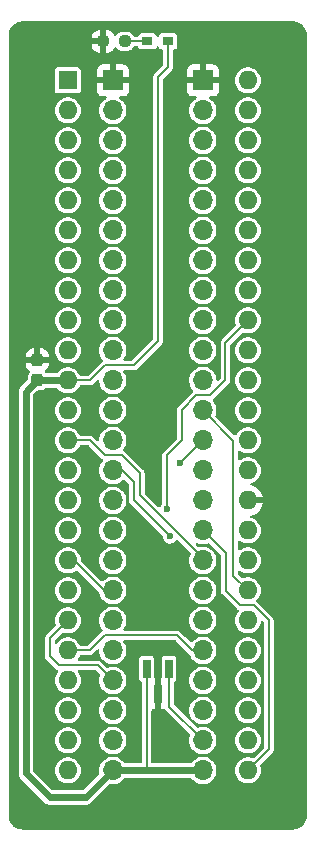
<source format=gbr>
G04 #@! TF.GenerationSoftware,KiCad,Pcbnew,8.0.4+dfsg-1*
G04 #@! TF.CreationDate,2025-02-23T17:48:06+09:00*
G04 #@! TF.ProjectId,bionic-z8800,62696f6e-6963-42d7-9a38-3830302e6b69,5*
G04 #@! TF.SameCoordinates,Original*
G04 #@! TF.FileFunction,Copper,L1,Top*
G04 #@! TF.FilePolarity,Positive*
%FSLAX46Y46*%
G04 Gerber Fmt 4.6, Leading zero omitted, Abs format (unit mm)*
G04 Created by KiCad (PCBNEW 8.0.4+dfsg-1) date 2025-02-23 17:48:06*
%MOMM*%
%LPD*%
G01*
G04 APERTURE LIST*
G04 Aperture macros list*
%AMRoundRect*
0 Rectangle with rounded corners*
0 $1 Rounding radius*
0 $2 $3 $4 $5 $6 $7 $8 $9 X,Y pos of 4 corners*
0 Add a 4 corners polygon primitive as box body*
4,1,4,$2,$3,$4,$5,$6,$7,$8,$9,$2,$3,0*
0 Add four circle primitives for the rounded corners*
1,1,$1+$1,$2,$3*
1,1,$1+$1,$4,$5*
1,1,$1+$1,$6,$7*
1,1,$1+$1,$8,$9*
0 Add four rect primitives between the rounded corners*
20,1,$1+$1,$2,$3,$4,$5,0*
20,1,$1+$1,$4,$5,$6,$7,0*
20,1,$1+$1,$6,$7,$8,$9,0*
20,1,$1+$1,$8,$9,$2,$3,0*%
G04 Aperture macros list end*
G04 #@! TA.AperFunction,SMDPad,CuDef*
%ADD10R,0.660400X1.625600*%
G04 #@! TD*
G04 #@! TA.AperFunction,ComponentPad*
%ADD11R,1.600000X1.600000*%
G04 #@! TD*
G04 #@! TA.AperFunction,ComponentPad*
%ADD12O,1.600000X1.600000*%
G04 #@! TD*
G04 #@! TA.AperFunction,ComponentPad*
%ADD13O,1.700000X1.700000*%
G04 #@! TD*
G04 #@! TA.AperFunction,ComponentPad*
%ADD14R,1.700000X1.700000*%
G04 #@! TD*
G04 #@! TA.AperFunction,SMDPad,CuDef*
%ADD15R,0.965200X0.762000*%
G04 #@! TD*
G04 #@! TA.AperFunction,SMDPad,CuDef*
%ADD16RoundRect,0.237500X0.237500X-0.300000X0.237500X0.300000X-0.237500X0.300000X-0.237500X-0.300000X0*%
G04 #@! TD*
G04 #@! TA.AperFunction,SMDPad,CuDef*
%ADD17RoundRect,0.237500X0.250000X0.237500X-0.250000X0.237500X-0.250000X-0.237500X0.250000X-0.237500X0*%
G04 #@! TD*
G04 #@! TA.AperFunction,ViaPad*
%ADD18C,0.600000*%
G04 #@! TD*
G04 #@! TA.AperFunction,Conductor*
%ADD19C,0.200000*%
G04 #@! TD*
G04 #@! TA.AperFunction,Conductor*
%ADD20C,0.600000*%
G04 #@! TD*
G04 #@! TA.AperFunction,Conductor*
%ADD21C,0.400000*%
G04 #@! TD*
G04 APERTURE END LIST*
D10*
X114650001Y-124891000D03*
X112749999Y-124891000D03*
X113700000Y-127023000D03*
D11*
X106080000Y-75080000D03*
D12*
X106080000Y-77620000D03*
X106080000Y-80160000D03*
X106080000Y-82700000D03*
X106080000Y-85240000D03*
X106080000Y-87780000D03*
X106080000Y-90320000D03*
X106080000Y-92860000D03*
X106080000Y-95400000D03*
X106080000Y-97940000D03*
X106080000Y-100480000D03*
X106080000Y-103020000D03*
X106080000Y-105560000D03*
X106080000Y-108100000D03*
X106080000Y-110640000D03*
X106080000Y-113180000D03*
X106080000Y-115720000D03*
X106080000Y-118260000D03*
X106080000Y-120800000D03*
X106080000Y-123340000D03*
X106080000Y-125880000D03*
X106080000Y-128420000D03*
X106080000Y-130960000D03*
X106080000Y-133500000D03*
X121320000Y-133500000D03*
X121320000Y-130960000D03*
X121320000Y-128420000D03*
X121320000Y-125880000D03*
X121320000Y-123340000D03*
X121320000Y-120800000D03*
X121320000Y-118260000D03*
X121320000Y-115720000D03*
X121320000Y-113180000D03*
X121320000Y-110640000D03*
X121320000Y-108100000D03*
X121320000Y-105560000D03*
X121320000Y-103020000D03*
X121320000Y-100480000D03*
X121320000Y-97940000D03*
X121320000Y-95400000D03*
X121320000Y-92860000D03*
X121320000Y-90320000D03*
X121320000Y-87780000D03*
X121320000Y-85240000D03*
X121320000Y-82700000D03*
X121320000Y-80160000D03*
X121320000Y-77620000D03*
X121320000Y-75080000D03*
D13*
X117510000Y-133500000D03*
X117510000Y-130960000D03*
X117510000Y-128420000D03*
X117510000Y-125880000D03*
X117510000Y-123340000D03*
X117510000Y-120800000D03*
X117510000Y-118260000D03*
X117510000Y-115720000D03*
X117510000Y-113180000D03*
X117510000Y-110640000D03*
X117510000Y-108100000D03*
X117510000Y-105560000D03*
X117510000Y-103020000D03*
X117510000Y-100480000D03*
X117510000Y-97940000D03*
X117510000Y-95400000D03*
X117510000Y-92860000D03*
X117510000Y-90320000D03*
X117510000Y-87780000D03*
X117510000Y-85240000D03*
X117510000Y-82700000D03*
X117510000Y-80160000D03*
X117510000Y-77620000D03*
D14*
X117510000Y-75080000D03*
X109890000Y-75080000D03*
D13*
X109890000Y-77620000D03*
X109890000Y-80160000D03*
X109890000Y-82700000D03*
X109890000Y-85240000D03*
X109890000Y-87780000D03*
X109890000Y-90320000D03*
X109890000Y-92860000D03*
X109890000Y-95400000D03*
X109890000Y-97940000D03*
X109890000Y-100480000D03*
X109890000Y-103020000D03*
X109890000Y-105560000D03*
X109890000Y-108100000D03*
X109890000Y-110640000D03*
X109890000Y-113180000D03*
X109890000Y-115720000D03*
X109890000Y-118260000D03*
X109890000Y-120800000D03*
X109890000Y-123340000D03*
X109890000Y-125880000D03*
X109890000Y-128420000D03*
X109890000Y-130960000D03*
X109890000Y-133500000D03*
D15*
X112823700Y-71778000D03*
X114576300Y-71778000D03*
D16*
X103489200Y-100480000D03*
X103489200Y-98755000D03*
D17*
X110906000Y-71778000D03*
X109081000Y-71778000D03*
D18*
X103540000Y-96924000D03*
X114970000Y-119530000D03*
X113700000Y-130960000D03*
X125003000Y-110640000D03*
X114716000Y-113688000D03*
X114462000Y-111402000D03*
X115605000Y-107465000D03*
D19*
X106080000Y-123340000D02*
X107921500Y-123340000D01*
X107921500Y-123340000D02*
X109191500Y-122070000D01*
X109191500Y-122070000D02*
X115351000Y-122070000D01*
X115351000Y-122070000D02*
X116621000Y-123340000D01*
X116621000Y-123340000D02*
X117510000Y-123340000D01*
X114576300Y-71778000D02*
X114576300Y-73949700D01*
X111668000Y-99210000D02*
X109255000Y-99210000D01*
X114576300Y-73949700D02*
X113700000Y-74826000D01*
X113700000Y-97178000D02*
X111668000Y-99210000D01*
X113700000Y-74826000D02*
X113700000Y-97178000D01*
X109255000Y-99210000D02*
X107985000Y-100480000D01*
X107985000Y-100480000D02*
X106080000Y-100480000D01*
X117510000Y-115720000D02*
X117510000Y-115529750D01*
X117510000Y-115529750D02*
X112176000Y-110195750D01*
X107985000Y-105560000D02*
X106080000Y-105560000D01*
X112176000Y-110195750D02*
X112176000Y-108354000D01*
X112176000Y-108354000D02*
X110652000Y-106830000D01*
X110652000Y-106830000D02*
X109255000Y-106830000D01*
X109255000Y-106830000D02*
X107985000Y-105560000D01*
X112749999Y-124891000D02*
X112749999Y-133434001D01*
D20*
X109890000Y-133500000D02*
X107604000Y-135786000D01*
X109890000Y-133500000D02*
X112684000Y-133500000D01*
D19*
X103693500Y-100480000D02*
X103540000Y-100326500D01*
D20*
X104556000Y-135786000D02*
X102524000Y-133754000D01*
D19*
X112749999Y-133434001D02*
X112684000Y-133500000D01*
D20*
X102524000Y-101445200D02*
X103489200Y-100480000D01*
X103489200Y-100480000D02*
X106080000Y-100480000D01*
X113700000Y-133500000D02*
X117510000Y-133500000D01*
X107604000Y-135786000D02*
X104556000Y-135786000D01*
X112684000Y-133500000D02*
X113700000Y-133500000D01*
X102524000Y-133754000D02*
X102524000Y-101445200D01*
D21*
X121320000Y-110640000D02*
X123606000Y-110640000D01*
D19*
X110906000Y-71778000D02*
X112823700Y-71778000D01*
X111668000Y-110640000D02*
X111668000Y-109116000D01*
X114716000Y-113688000D02*
X111668000Y-110640000D01*
X110652000Y-108100000D02*
X109890000Y-108100000D01*
X111668000Y-109116000D02*
X110652000Y-108100000D01*
X109890000Y-118260000D02*
X109128000Y-118260000D01*
X106588000Y-115720000D02*
X106080000Y-115720000D01*
X109128000Y-118260000D02*
X106588000Y-115720000D01*
X104556000Y-123848000D02*
X105318000Y-124610000D01*
X105318000Y-124610000D02*
X108620000Y-124610000D01*
X108620000Y-124610000D02*
X109890000Y-125880000D01*
X106080000Y-120800000D02*
X104556000Y-122324000D01*
X104556000Y-122324000D02*
X104556000Y-123848000D01*
X115732000Y-105560000D02*
X115732000Y-102966900D01*
X118145000Y-101750000D02*
X119415000Y-100480000D01*
X114462000Y-106830000D02*
X115732000Y-105560000D01*
X114462000Y-111402000D02*
X114462000Y-106830000D01*
X119415000Y-97305000D02*
X121320000Y-95400000D01*
X115732000Y-102966900D02*
X116948900Y-101750000D01*
X116948900Y-101750000D02*
X118145000Y-101750000D01*
X119415000Y-100480000D02*
X119415000Y-97305000D01*
X114650001Y-124891000D02*
X114650001Y-128100001D01*
X114650001Y-128100001D02*
X117510000Y-130960000D01*
X119450300Y-115120300D02*
X119450300Y-118295300D01*
X119450300Y-118295300D02*
X120685000Y-119530000D01*
X123098000Y-120800000D02*
X123098000Y-131722000D01*
X121828000Y-119530000D02*
X123098000Y-120800000D01*
X123098000Y-131722000D02*
X121320000Y-133500000D01*
X117510000Y-113180000D02*
X119450300Y-115120300D01*
X120685000Y-119530000D02*
X121828000Y-119530000D01*
X115605000Y-107465000D02*
X117510000Y-105560000D01*
X120089500Y-105599500D02*
X117510000Y-103020000D01*
X121320000Y-118260000D02*
X120089500Y-117029500D01*
X120089500Y-117029500D02*
X120089500Y-105599500D01*
G04 #@! TA.AperFunction,Conductor*
G36*
X125133875Y-70075805D02*
G01*
X125309097Y-70089594D01*
X125324430Y-70092023D01*
X125491550Y-70132145D01*
X125506317Y-70136943D01*
X125665104Y-70202715D01*
X125678926Y-70209758D01*
X125825469Y-70299560D01*
X125838032Y-70308688D01*
X125968717Y-70420303D01*
X125979699Y-70431285D01*
X126091311Y-70561967D01*
X126100440Y-70574532D01*
X126190238Y-70721068D01*
X126197287Y-70734902D01*
X126263054Y-70893678D01*
X126267855Y-70908453D01*
X126307975Y-71075564D01*
X126310405Y-71090907D01*
X126324195Y-71266123D01*
X126324500Y-71273891D01*
X126324500Y-137306108D01*
X126324195Y-137313876D01*
X126310405Y-137489092D01*
X126307975Y-137504435D01*
X126267855Y-137671546D01*
X126263054Y-137686321D01*
X126197287Y-137845097D01*
X126190234Y-137858939D01*
X126100442Y-138005465D01*
X126091311Y-138018032D01*
X125979699Y-138148714D01*
X125968714Y-138159699D01*
X125838032Y-138271311D01*
X125825465Y-138280442D01*
X125678939Y-138370234D01*
X125665097Y-138377287D01*
X125506321Y-138443054D01*
X125491546Y-138447855D01*
X125324435Y-138487975D01*
X125309092Y-138490405D01*
X125149743Y-138502946D01*
X125133874Y-138504195D01*
X125126108Y-138504500D01*
X102273892Y-138504500D01*
X102266125Y-138504195D01*
X102247014Y-138502691D01*
X102090907Y-138490405D01*
X102075564Y-138487975D01*
X101908453Y-138447855D01*
X101893678Y-138443054D01*
X101734902Y-138377287D01*
X101721068Y-138370238D01*
X101574532Y-138280440D01*
X101561967Y-138271311D01*
X101462706Y-138186535D01*
X101431282Y-138159696D01*
X101420303Y-138148717D01*
X101308688Y-138018032D01*
X101299560Y-138005469D01*
X101209758Y-137858926D01*
X101202715Y-137845104D01*
X101136943Y-137686317D01*
X101132144Y-137671546D01*
X101092024Y-137504435D01*
X101089594Y-137489097D01*
X101075805Y-137313875D01*
X101075500Y-137306108D01*
X101075500Y-101366143D01*
X101923499Y-101366143D01*
X101923499Y-101366145D01*
X101923499Y-101532231D01*
X101923500Y-101532244D01*
X101923500Y-133668863D01*
X101923499Y-133668881D01*
X101923499Y-133833056D01*
X101964422Y-133985783D01*
X101978572Y-134010291D01*
X101978571Y-134010291D01*
X102043478Y-134122713D01*
X102043480Y-134122716D01*
X102155284Y-134234520D01*
X102155286Y-134234521D01*
X104075478Y-136154713D01*
X104075480Y-136154716D01*
X104187284Y-136266520D01*
X104187286Y-136266521D01*
X104187289Y-136266524D01*
X104187288Y-136266524D01*
X104274091Y-136316637D01*
X104274093Y-136316639D01*
X104274094Y-136316639D01*
X104303032Y-136333346D01*
X104324215Y-136345577D01*
X104476943Y-136386501D01*
X104476944Y-136386501D01*
X104641120Y-136386501D01*
X104641136Y-136386500D01*
X107518864Y-136386500D01*
X107518880Y-136386501D01*
X107524943Y-136386501D01*
X107683056Y-136386501D01*
X107683057Y-136386501D01*
X107835785Y-136345577D01*
X107885904Y-136316639D01*
X107972716Y-136266520D01*
X108084520Y-136154716D01*
X108084521Y-136154713D01*
X109582494Y-134656739D01*
X109637009Y-134628964D01*
X109670681Y-134629430D01*
X109783390Y-134650500D01*
X109783391Y-134650500D01*
X109996610Y-134650500D01*
X110206198Y-134611321D01*
X110405019Y-134534298D01*
X110586302Y-134422052D01*
X110743872Y-134278407D01*
X110848515Y-134139838D01*
X110898671Y-134104796D01*
X110927518Y-134100500D01*
X112604943Y-134100500D01*
X113620943Y-134100500D01*
X116472482Y-134100500D01*
X116530673Y-134119407D01*
X116551483Y-134139836D01*
X116656128Y-134278407D01*
X116656135Y-134278413D01*
X116813692Y-134422047D01*
X116813699Y-134422053D01*
X116917389Y-134486255D01*
X116994981Y-134534298D01*
X117193802Y-134611321D01*
X117403390Y-134650500D01*
X117616610Y-134650500D01*
X117826198Y-134611321D01*
X118025019Y-134534298D01*
X118206302Y-134422052D01*
X118363872Y-134278407D01*
X118492366Y-134108255D01*
X118587405Y-133917389D01*
X118645756Y-133712310D01*
X118665429Y-133500000D01*
X118645756Y-133287690D01*
X118587405Y-133082611D01*
X118492366Y-132891745D01*
X118363872Y-132721593D01*
X118309623Y-132672139D01*
X118206307Y-132577952D01*
X118206300Y-132577946D01*
X118025024Y-132465705D01*
X118025019Y-132465702D01*
X117826195Y-132388678D01*
X117616610Y-132349500D01*
X117403390Y-132349500D01*
X117193804Y-132388678D01*
X116994980Y-132465702D01*
X116994975Y-132465705D01*
X116813699Y-132577946D01*
X116813692Y-132577952D01*
X116656135Y-132721586D01*
X116656131Y-132721589D01*
X116656128Y-132721593D01*
X116551484Y-132860161D01*
X116501329Y-132895204D01*
X116472482Y-132899500D01*
X113249499Y-132899500D01*
X113191308Y-132880593D01*
X113155344Y-132831093D01*
X113150499Y-132800500D01*
X113150499Y-128427579D01*
X113169406Y-128369388D01*
X113218906Y-128333424D01*
X113260081Y-128329146D01*
X113321976Y-128335800D01*
X113449999Y-128335800D01*
X113450000Y-128335799D01*
X113450000Y-125710201D01*
X113950000Y-125710201D01*
X113950000Y-128335799D01*
X113950001Y-128335800D01*
X114078024Y-128335800D01*
X114137570Y-128329398D01*
X114137577Y-128329396D01*
X114209202Y-128302682D01*
X114270331Y-128300061D01*
X114321326Y-128333872D01*
X114329496Y-128345881D01*
X114329518Y-128345910D01*
X114329519Y-128345911D01*
X114329521Y-128345914D01*
X115392954Y-129409347D01*
X116413348Y-130429741D01*
X116441125Y-130484258D01*
X116432904Y-130537818D01*
X116434249Y-130538339D01*
X116432598Y-130542598D01*
X116374244Y-130747688D01*
X116374244Y-130747690D01*
X116354571Y-130960000D01*
X116374244Y-131172310D01*
X116432595Y-131377389D01*
X116527634Y-131568255D01*
X116656128Y-131738407D01*
X116656135Y-131738413D01*
X116813692Y-131882047D01*
X116813699Y-131882053D01*
X116917389Y-131946255D01*
X116994981Y-131994298D01*
X117193802Y-132071321D01*
X117403390Y-132110500D01*
X117616610Y-132110500D01*
X117826198Y-132071321D01*
X118025019Y-131994298D01*
X118206302Y-131882052D01*
X118363872Y-131738407D01*
X118492366Y-131568255D01*
X118587405Y-131377389D01*
X118645756Y-131172310D01*
X118665429Y-130960000D01*
X120214785Y-130960000D01*
X120233603Y-131163083D01*
X120289418Y-131359250D01*
X120380327Y-131541821D01*
X120503236Y-131704579D01*
X120653959Y-131841981D01*
X120827363Y-131949348D01*
X121017544Y-132023024D01*
X121218024Y-132060500D01*
X121421976Y-132060500D01*
X121622456Y-132023024D01*
X121812637Y-131949348D01*
X121986041Y-131841981D01*
X122136764Y-131704579D01*
X122259673Y-131541821D01*
X122350582Y-131359250D01*
X122406397Y-131163083D01*
X122425215Y-130960000D01*
X122406397Y-130756917D01*
X122350582Y-130560750D01*
X122259673Y-130378179D01*
X122136764Y-130215421D01*
X121986041Y-130078019D01*
X121812637Y-129970652D01*
X121622456Y-129896976D01*
X121622455Y-129896975D01*
X121622453Y-129896975D01*
X121421976Y-129859500D01*
X121218024Y-129859500D01*
X121017546Y-129896975D01*
X120977353Y-129912546D01*
X120827363Y-129970652D01*
X120718676Y-130037948D01*
X120653959Y-130078019D01*
X120503237Y-130215420D01*
X120380328Y-130378177D01*
X120380323Y-130378186D01*
X120298450Y-130542611D01*
X120289418Y-130560750D01*
X120233603Y-130756917D01*
X120214785Y-130960000D01*
X118665429Y-130960000D01*
X118645756Y-130747690D01*
X118587405Y-130542611D01*
X118492366Y-130351745D01*
X118363872Y-130181593D01*
X118309623Y-130132139D01*
X118206307Y-130037952D01*
X118206300Y-130037946D01*
X118025024Y-129925705D01*
X118025019Y-129925702D01*
X117939657Y-129892633D01*
X117826198Y-129848679D01*
X117826197Y-129848678D01*
X117826195Y-129848678D01*
X117616610Y-129809500D01*
X117403390Y-129809500D01*
X117193802Y-129848678D01*
X117089091Y-129889243D01*
X117028000Y-129892633D01*
X116983325Y-129866932D01*
X115536393Y-128420000D01*
X116354571Y-128420000D01*
X116374244Y-128632310D01*
X116432595Y-128837389D01*
X116527634Y-129028255D01*
X116656128Y-129198407D01*
X116656135Y-129198413D01*
X116813692Y-129342047D01*
X116813699Y-129342053D01*
X116917389Y-129406255D01*
X116994981Y-129454298D01*
X117193802Y-129531321D01*
X117403390Y-129570500D01*
X117616610Y-129570500D01*
X117826198Y-129531321D01*
X118025019Y-129454298D01*
X118206302Y-129342052D01*
X118363872Y-129198407D01*
X118492366Y-129028255D01*
X118587405Y-128837389D01*
X118645756Y-128632310D01*
X118665429Y-128420000D01*
X120214785Y-128420000D01*
X120233603Y-128623083D01*
X120289418Y-128819250D01*
X120380327Y-129001821D01*
X120503236Y-129164579D01*
X120653959Y-129301981D01*
X120827363Y-129409348D01*
X121017544Y-129483024D01*
X121218024Y-129520500D01*
X121421976Y-129520500D01*
X121622456Y-129483024D01*
X121812637Y-129409348D01*
X121986041Y-129301981D01*
X122136764Y-129164579D01*
X122259673Y-129001821D01*
X122350582Y-128819250D01*
X122406397Y-128623083D01*
X122425215Y-128420000D01*
X122406397Y-128216917D01*
X122350582Y-128020750D01*
X122259673Y-127838179D01*
X122136764Y-127675421D01*
X121986041Y-127538019D01*
X121812637Y-127430652D01*
X121622456Y-127356976D01*
X121622455Y-127356975D01*
X121622453Y-127356975D01*
X121421976Y-127319500D01*
X121218024Y-127319500D01*
X121017546Y-127356975D01*
X120947632Y-127384059D01*
X120827363Y-127430652D01*
X120718676Y-127497948D01*
X120653959Y-127538019D01*
X120503237Y-127675420D01*
X120380328Y-127838177D01*
X120380323Y-127838186D01*
X120298450Y-128002611D01*
X120289418Y-128020750D01*
X120233603Y-128216917D01*
X120214785Y-128420000D01*
X118665429Y-128420000D01*
X118645756Y-128207690D01*
X118587405Y-128002611D01*
X118492366Y-127811745D01*
X118363872Y-127641593D01*
X118309623Y-127592139D01*
X118206307Y-127497952D01*
X118206300Y-127497946D01*
X118025024Y-127385705D01*
X118025019Y-127385702D01*
X117826195Y-127308678D01*
X117616610Y-127269500D01*
X117403390Y-127269500D01*
X117193804Y-127308678D01*
X116994980Y-127385702D01*
X116994975Y-127385705D01*
X116813699Y-127497946D01*
X116813692Y-127497952D01*
X116656135Y-127641586D01*
X116656131Y-127641589D01*
X116656128Y-127641593D01*
X116656125Y-127641597D01*
X116527635Y-127811743D01*
X116527630Y-127811752D01*
X116432596Y-128002608D01*
X116374244Y-128207688D01*
X116362966Y-128329398D01*
X116354571Y-128420000D01*
X115536393Y-128420000D01*
X115079497Y-127963104D01*
X115051720Y-127908587D01*
X115050501Y-127893100D01*
X115050501Y-126065756D01*
X115069408Y-126007565D01*
X115109512Y-125975192D01*
X115152966Y-125956006D01*
X115228972Y-125880000D01*
X116354571Y-125880000D01*
X116374244Y-126092310D01*
X116432595Y-126297389D01*
X116527634Y-126488255D01*
X116656128Y-126658407D01*
X116656135Y-126658413D01*
X116813692Y-126802047D01*
X116813699Y-126802053D01*
X116917389Y-126866255D01*
X116994981Y-126914298D01*
X117193802Y-126991321D01*
X117403390Y-127030500D01*
X117616610Y-127030500D01*
X117826198Y-126991321D01*
X118025019Y-126914298D01*
X118206302Y-126802052D01*
X118363872Y-126658407D01*
X118492366Y-126488255D01*
X118587405Y-126297389D01*
X118645756Y-126092310D01*
X118665429Y-125880000D01*
X120214785Y-125880000D01*
X120233603Y-126083083D01*
X120289418Y-126279250D01*
X120380327Y-126461821D01*
X120503236Y-126624579D01*
X120653959Y-126761981D01*
X120827363Y-126869348D01*
X121017544Y-126943024D01*
X121218024Y-126980500D01*
X121421976Y-126980500D01*
X121622456Y-126943024D01*
X121812637Y-126869348D01*
X121986041Y-126761981D01*
X122136764Y-126624579D01*
X122259673Y-126461821D01*
X122350582Y-126279250D01*
X122406397Y-126083083D01*
X122425215Y-125880000D01*
X122406397Y-125676917D01*
X122350582Y-125480750D01*
X122259673Y-125298179D01*
X122136764Y-125135421D01*
X121986041Y-124998019D01*
X121812637Y-124890652D01*
X121622456Y-124816976D01*
X121622455Y-124816975D01*
X121622453Y-124816975D01*
X121421976Y-124779500D01*
X121218024Y-124779500D01*
X121017546Y-124816975D01*
X120977353Y-124832546D01*
X120827363Y-124890652D01*
X120677881Y-124983207D01*
X120653959Y-124998019D01*
X120503237Y-125135420D01*
X120380328Y-125298177D01*
X120380323Y-125298186D01*
X120298450Y-125462611D01*
X120289418Y-125480750D01*
X120233603Y-125676917D01*
X120214785Y-125880000D01*
X118665429Y-125880000D01*
X118645756Y-125667690D01*
X118587405Y-125462611D01*
X118492366Y-125271745D01*
X118363872Y-125101593D01*
X118263950Y-125010501D01*
X118206307Y-124957952D01*
X118206300Y-124957946D01*
X118025024Y-124845705D01*
X118025019Y-124845702D01*
X117939657Y-124812633D01*
X117826198Y-124768679D01*
X117826197Y-124768678D01*
X117826195Y-124768678D01*
X117616610Y-124729500D01*
X117403390Y-124729500D01*
X117193804Y-124768678D01*
X116994980Y-124845702D01*
X116994975Y-124845705D01*
X116813699Y-124957946D01*
X116813692Y-124957952D01*
X116656135Y-125101586D01*
X116656131Y-125101589D01*
X116656128Y-125101593D01*
X116656125Y-125101597D01*
X116527635Y-125271743D01*
X116527630Y-125271752D01*
X116432596Y-125462608D01*
X116374244Y-125667688D01*
X116354889Y-125876564D01*
X116354571Y-125880000D01*
X115228972Y-125880000D01*
X115232407Y-125876565D01*
X115277786Y-125773791D01*
X115280701Y-125748665D01*
X115280700Y-124033336D01*
X115277786Y-124008209D01*
X115232407Y-123905435D01*
X115152966Y-123825994D01*
X115050192Y-123780615D01*
X115050191Y-123780614D01*
X115050189Y-123780614D01*
X115025069Y-123777700D01*
X114274940Y-123777700D01*
X114274937Y-123777701D01*
X114249810Y-123780614D01*
X114147036Y-123825994D01*
X114067595Y-123905435D01*
X114022215Y-124008211D01*
X114019301Y-124033330D01*
X114019301Y-124033332D01*
X114019301Y-124033335D01*
X114019301Y-124890652D01*
X114019302Y-125611200D01*
X114000395Y-125669391D01*
X113965343Y-125694857D01*
X113950000Y-125710201D01*
X113450000Y-125710201D01*
X113435704Y-125695905D01*
X113421508Y-125691293D01*
X113385544Y-125641793D01*
X113380699Y-125611200D01*
X113380698Y-124033339D01*
X113380698Y-124033336D01*
X113377784Y-124008209D01*
X113332405Y-123905435D01*
X113252964Y-123825994D01*
X113150190Y-123780615D01*
X113150189Y-123780614D01*
X113150187Y-123780614D01*
X113125067Y-123777700D01*
X112374938Y-123777700D01*
X112374935Y-123777701D01*
X112349808Y-123780614D01*
X112247034Y-123825994D01*
X112167593Y-123905435D01*
X112122213Y-124008211D01*
X112119299Y-124033330D01*
X112119299Y-125748660D01*
X112119300Y-125748663D01*
X112122213Y-125773790D01*
X112147555Y-125831185D01*
X112167593Y-125876565D01*
X112247034Y-125956006D01*
X112290487Y-125975192D01*
X112336082Y-126015991D01*
X112349499Y-126065756D01*
X112349499Y-132800500D01*
X112330592Y-132858691D01*
X112281092Y-132894655D01*
X112250499Y-132899500D01*
X110927518Y-132899500D01*
X110869327Y-132880593D01*
X110848516Y-132860163D01*
X110743872Y-132721593D01*
X110689623Y-132672139D01*
X110586307Y-132577952D01*
X110586300Y-132577946D01*
X110405024Y-132465705D01*
X110405019Y-132465702D01*
X110206195Y-132388678D01*
X109996610Y-132349500D01*
X109783390Y-132349500D01*
X109573804Y-132388678D01*
X109374980Y-132465702D01*
X109374975Y-132465705D01*
X109193699Y-132577946D01*
X109193692Y-132577952D01*
X109036135Y-132721586D01*
X109036131Y-132721589D01*
X109036128Y-132721593D01*
X109036125Y-132721597D01*
X108907635Y-132891743D01*
X108907630Y-132891752D01*
X108812596Y-133082608D01*
X108754244Y-133287688D01*
X108734571Y-133500000D01*
X108754244Y-133712312D01*
X108754245Y-133712317D01*
X108754761Y-133714128D01*
X108754731Y-133714916D01*
X108755086Y-133716812D01*
X108754658Y-133716891D01*
X108752497Y-133775271D01*
X108729543Y-133811220D01*
X107384261Y-135156504D01*
X107329744Y-135184281D01*
X107314257Y-135185500D01*
X104845743Y-135185500D01*
X104787552Y-135166593D01*
X104775739Y-135156504D01*
X103153496Y-133534261D01*
X103136040Y-133500000D01*
X104974785Y-133500000D01*
X104993603Y-133703083D01*
X105049418Y-133899250D01*
X105140327Y-134081821D01*
X105263236Y-134244579D01*
X105413959Y-134381981D01*
X105587363Y-134489348D01*
X105777544Y-134563024D01*
X105978024Y-134600500D01*
X106181976Y-134600500D01*
X106382456Y-134563024D01*
X106572637Y-134489348D01*
X106746041Y-134381981D01*
X106896764Y-134244579D01*
X107019673Y-134081821D01*
X107110582Y-133899250D01*
X107166397Y-133703083D01*
X107185215Y-133500000D01*
X107166397Y-133296917D01*
X107110582Y-133100750D01*
X107019673Y-132918179D01*
X106896764Y-132755421D01*
X106746041Y-132618019D01*
X106572637Y-132510652D01*
X106382456Y-132436976D01*
X106382455Y-132436975D01*
X106382453Y-132436975D01*
X106181976Y-132399500D01*
X105978024Y-132399500D01*
X105777546Y-132436975D01*
X105755334Y-132445580D01*
X105587363Y-132510652D01*
X105478676Y-132577948D01*
X105413959Y-132618019D01*
X105263237Y-132755420D01*
X105140328Y-132918177D01*
X105140323Y-132918186D01*
X105058450Y-133082611D01*
X105049418Y-133100750D01*
X104993603Y-133296917D01*
X104974785Y-133500000D01*
X103136040Y-133500000D01*
X103125719Y-133479744D01*
X103124500Y-133464257D01*
X103124500Y-130960000D01*
X104974785Y-130960000D01*
X104993603Y-131163083D01*
X105049418Y-131359250D01*
X105140327Y-131541821D01*
X105263236Y-131704579D01*
X105413959Y-131841981D01*
X105587363Y-131949348D01*
X105777544Y-132023024D01*
X105978024Y-132060500D01*
X106181976Y-132060500D01*
X106382456Y-132023024D01*
X106572637Y-131949348D01*
X106746041Y-131841981D01*
X106896764Y-131704579D01*
X107019673Y-131541821D01*
X107110582Y-131359250D01*
X107166397Y-131163083D01*
X107185215Y-130960000D01*
X108734571Y-130960000D01*
X108754244Y-131172310D01*
X108812595Y-131377389D01*
X108907634Y-131568255D01*
X109036128Y-131738407D01*
X109036135Y-131738413D01*
X109193692Y-131882047D01*
X109193699Y-131882053D01*
X109297389Y-131946255D01*
X109374981Y-131994298D01*
X109573802Y-132071321D01*
X109783390Y-132110500D01*
X109996610Y-132110500D01*
X110206198Y-132071321D01*
X110405019Y-131994298D01*
X110586302Y-131882052D01*
X110743872Y-131738407D01*
X110872366Y-131568255D01*
X110967405Y-131377389D01*
X111025756Y-131172310D01*
X111045429Y-130960000D01*
X111025756Y-130747690D01*
X110967405Y-130542611D01*
X110872366Y-130351745D01*
X110743872Y-130181593D01*
X110689623Y-130132139D01*
X110586307Y-130037952D01*
X110586300Y-130037946D01*
X110405024Y-129925705D01*
X110405019Y-129925702D01*
X110319657Y-129892633D01*
X110206198Y-129848679D01*
X110206197Y-129848678D01*
X110206195Y-129848678D01*
X109996610Y-129809500D01*
X109783390Y-129809500D01*
X109573804Y-129848678D01*
X109374980Y-129925702D01*
X109374975Y-129925705D01*
X109193699Y-130037946D01*
X109193692Y-130037952D01*
X109036135Y-130181586D01*
X109036131Y-130181589D01*
X109036128Y-130181593D01*
X109036125Y-130181597D01*
X108907635Y-130351743D01*
X108907630Y-130351752D01*
X108812596Y-130542608D01*
X108754244Y-130747688D01*
X108754244Y-130747690D01*
X108734571Y-130960000D01*
X107185215Y-130960000D01*
X107166397Y-130756917D01*
X107110582Y-130560750D01*
X107019673Y-130378179D01*
X106896764Y-130215421D01*
X106746041Y-130078019D01*
X106572637Y-129970652D01*
X106382456Y-129896976D01*
X106382455Y-129896975D01*
X106382453Y-129896975D01*
X106181976Y-129859500D01*
X105978024Y-129859500D01*
X105777546Y-129896975D01*
X105737353Y-129912546D01*
X105587363Y-129970652D01*
X105478676Y-130037948D01*
X105413959Y-130078019D01*
X105263237Y-130215420D01*
X105140328Y-130378177D01*
X105140323Y-130378186D01*
X105058450Y-130542611D01*
X105049418Y-130560750D01*
X104993603Y-130756917D01*
X104974785Y-130960000D01*
X103124500Y-130960000D01*
X103124500Y-128420000D01*
X104974785Y-128420000D01*
X104993603Y-128623083D01*
X105049418Y-128819250D01*
X105140327Y-129001821D01*
X105263236Y-129164579D01*
X105413959Y-129301981D01*
X105587363Y-129409348D01*
X105777544Y-129483024D01*
X105978024Y-129520500D01*
X106181976Y-129520500D01*
X106382456Y-129483024D01*
X106572637Y-129409348D01*
X106746041Y-129301981D01*
X106896764Y-129164579D01*
X107019673Y-129001821D01*
X107110582Y-128819250D01*
X107166397Y-128623083D01*
X107185215Y-128420000D01*
X108734571Y-128420000D01*
X108754244Y-128632310D01*
X108812595Y-128837389D01*
X108907634Y-129028255D01*
X109036128Y-129198407D01*
X109036135Y-129198413D01*
X109193692Y-129342047D01*
X109193699Y-129342053D01*
X109297389Y-129406255D01*
X109374981Y-129454298D01*
X109573802Y-129531321D01*
X109783390Y-129570500D01*
X109996610Y-129570500D01*
X110206198Y-129531321D01*
X110405019Y-129454298D01*
X110586302Y-129342052D01*
X110743872Y-129198407D01*
X110872366Y-129028255D01*
X110967405Y-128837389D01*
X111025756Y-128632310D01*
X111045429Y-128420000D01*
X111025756Y-128207690D01*
X110967405Y-128002611D01*
X110872366Y-127811745D01*
X110743872Y-127641593D01*
X110689623Y-127592139D01*
X110586307Y-127497952D01*
X110586300Y-127497946D01*
X110405024Y-127385705D01*
X110405019Y-127385702D01*
X110206195Y-127308678D01*
X109996610Y-127269500D01*
X109783390Y-127269500D01*
X109573804Y-127308678D01*
X109374980Y-127385702D01*
X109374975Y-127385705D01*
X109193699Y-127497946D01*
X109193692Y-127497952D01*
X109036135Y-127641586D01*
X109036131Y-127641589D01*
X109036128Y-127641593D01*
X109036125Y-127641597D01*
X108907635Y-127811743D01*
X108907630Y-127811752D01*
X108812596Y-128002608D01*
X108754244Y-128207688D01*
X108742966Y-128329398D01*
X108734571Y-128420000D01*
X107185215Y-128420000D01*
X107166397Y-128216917D01*
X107110582Y-128020750D01*
X107019673Y-127838179D01*
X106896764Y-127675421D01*
X106746041Y-127538019D01*
X106572637Y-127430652D01*
X106382456Y-127356976D01*
X106382455Y-127356975D01*
X106382453Y-127356975D01*
X106181976Y-127319500D01*
X105978024Y-127319500D01*
X105777546Y-127356975D01*
X105707632Y-127384059D01*
X105587363Y-127430652D01*
X105478676Y-127497948D01*
X105413959Y-127538019D01*
X105263237Y-127675420D01*
X105140328Y-127838177D01*
X105140323Y-127838186D01*
X105058450Y-128002611D01*
X105049418Y-128020750D01*
X104993603Y-128216917D01*
X104974785Y-128420000D01*
X103124500Y-128420000D01*
X103124500Y-122271273D01*
X104155500Y-122271273D01*
X104155500Y-123795273D01*
X104155500Y-123900727D01*
X104168233Y-123948247D01*
X104182794Y-124002592D01*
X104235516Y-124093908D01*
X104235518Y-124093910D01*
X104235520Y-124093913D01*
X104997518Y-124855910D01*
X104997520Y-124855913D01*
X105072087Y-124930480D01*
X105072089Y-124930481D01*
X105163409Y-124983205D01*
X105163407Y-124983205D01*
X105163411Y-124983206D01*
X105163413Y-124983207D01*
X105200111Y-124993040D01*
X105251423Y-125026363D01*
X105273350Y-125083484D01*
X105257515Y-125142585D01*
X105253490Y-125148327D01*
X105140328Y-125298177D01*
X105140323Y-125298186D01*
X105058450Y-125462611D01*
X105049418Y-125480750D01*
X104993603Y-125676917D01*
X104974785Y-125880000D01*
X104993603Y-126083083D01*
X105049418Y-126279250D01*
X105140327Y-126461821D01*
X105263236Y-126624579D01*
X105413959Y-126761981D01*
X105587363Y-126869348D01*
X105777544Y-126943024D01*
X105978024Y-126980500D01*
X106181976Y-126980500D01*
X106382456Y-126943024D01*
X106572637Y-126869348D01*
X106746041Y-126761981D01*
X106896764Y-126624579D01*
X107019673Y-126461821D01*
X107110582Y-126279250D01*
X107166397Y-126083083D01*
X107185215Y-125880000D01*
X107166397Y-125676917D01*
X107110582Y-125480750D01*
X107019673Y-125298179D01*
X106922240Y-125169157D01*
X106902263Y-125111330D01*
X106920092Y-125052799D01*
X106968918Y-125015927D01*
X107001246Y-125010500D01*
X108413099Y-125010500D01*
X108471290Y-125029407D01*
X108483103Y-125039496D01*
X108793348Y-125349741D01*
X108821125Y-125404258D01*
X108812904Y-125457818D01*
X108814249Y-125458339D01*
X108812598Y-125462598D01*
X108754244Y-125667688D01*
X108734889Y-125876564D01*
X108734571Y-125880000D01*
X108754244Y-126092310D01*
X108812595Y-126297389D01*
X108907634Y-126488255D01*
X109036128Y-126658407D01*
X109036135Y-126658413D01*
X109193692Y-126802047D01*
X109193699Y-126802053D01*
X109297389Y-126866255D01*
X109374981Y-126914298D01*
X109573802Y-126991321D01*
X109783390Y-127030500D01*
X109996610Y-127030500D01*
X110206198Y-126991321D01*
X110405019Y-126914298D01*
X110586302Y-126802052D01*
X110743872Y-126658407D01*
X110872366Y-126488255D01*
X110967405Y-126297389D01*
X111025756Y-126092310D01*
X111045429Y-125880000D01*
X111025756Y-125667690D01*
X110967405Y-125462611D01*
X110872366Y-125271745D01*
X110743872Y-125101593D01*
X110643950Y-125010501D01*
X110586307Y-124957952D01*
X110586300Y-124957946D01*
X110405024Y-124845705D01*
X110405019Y-124845702D01*
X110319657Y-124812633D01*
X110206198Y-124768679D01*
X110206197Y-124768678D01*
X110206195Y-124768678D01*
X109996610Y-124729500D01*
X109783390Y-124729500D01*
X109573802Y-124768678D01*
X109469091Y-124809243D01*
X109408000Y-124812633D01*
X109363325Y-124786932D01*
X109305893Y-124729500D01*
X108865913Y-124289520D01*
X108865910Y-124289518D01*
X108865909Y-124289517D01*
X108865908Y-124289516D01*
X108774591Y-124236794D01*
X108774593Y-124236794D01*
X108735070Y-124226204D01*
X108672727Y-124209500D01*
X108672725Y-124209500D01*
X107001246Y-124209500D01*
X106943055Y-124190593D01*
X106907091Y-124141093D01*
X106907091Y-124079907D01*
X106922239Y-124050844D01*
X107019673Y-123921821D01*
X107082637Y-123795371D01*
X107125500Y-123751709D01*
X107171258Y-123740500D01*
X107974225Y-123740500D01*
X107974227Y-123740500D01*
X108076088Y-123713207D01*
X108076090Y-123713205D01*
X108076092Y-123713205D01*
X108167408Y-123660483D01*
X108167408Y-123660482D01*
X108167413Y-123660480D01*
X108565882Y-123262009D01*
X108620399Y-123234232D01*
X108680831Y-123243803D01*
X108724096Y-123287068D01*
X108733373Y-123335423D01*
X108734571Y-123335423D01*
X108734571Y-123339996D01*
X108734571Y-123340000D01*
X108754244Y-123552310D01*
X108812595Y-123757389D01*
X108907634Y-123948255D01*
X109036128Y-124118407D01*
X109036135Y-124118413D01*
X109193692Y-124262047D01*
X109193699Y-124262053D01*
X109238055Y-124289517D01*
X109374981Y-124374298D01*
X109573802Y-124451321D01*
X109783390Y-124490500D01*
X109996610Y-124490500D01*
X110206198Y-124451321D01*
X110405019Y-124374298D01*
X110586302Y-124262052D01*
X110743872Y-124118407D01*
X110872366Y-123948255D01*
X110967405Y-123757389D01*
X111025756Y-123552310D01*
X111045429Y-123340000D01*
X111025756Y-123127690D01*
X110967405Y-122922611D01*
X110872366Y-122731745D01*
X110794896Y-122629159D01*
X110774918Y-122571330D01*
X110792747Y-122512799D01*
X110841573Y-122475927D01*
X110873901Y-122470500D01*
X115144099Y-122470500D01*
X115202290Y-122489407D01*
X115214103Y-122499496D01*
X116375087Y-123660480D01*
X116375089Y-123660481D01*
X116376164Y-123661102D01*
X116376759Y-123661762D01*
X116380236Y-123664431D01*
X116379741Y-123665075D01*
X116417104Y-123706572D01*
X116421883Y-123719744D01*
X116432592Y-123757381D01*
X116432595Y-123757390D01*
X116514472Y-123921822D01*
X116527634Y-123948255D01*
X116656128Y-124118407D01*
X116656135Y-124118413D01*
X116813692Y-124262047D01*
X116813699Y-124262053D01*
X116858055Y-124289517D01*
X116994981Y-124374298D01*
X117193802Y-124451321D01*
X117403390Y-124490500D01*
X117616610Y-124490500D01*
X117826198Y-124451321D01*
X118025019Y-124374298D01*
X118206302Y-124262052D01*
X118363872Y-124118407D01*
X118492366Y-123948255D01*
X118587405Y-123757389D01*
X118645756Y-123552310D01*
X118665429Y-123340000D01*
X120214785Y-123340000D01*
X120233603Y-123543083D01*
X120282007Y-123713205D01*
X120289419Y-123739252D01*
X120369823Y-123900727D01*
X120380327Y-123921821D01*
X120503236Y-124084579D01*
X120653959Y-124221981D01*
X120827363Y-124329348D01*
X121017544Y-124403024D01*
X121218024Y-124440500D01*
X121421976Y-124440500D01*
X121622456Y-124403024D01*
X121812637Y-124329348D01*
X121986041Y-124221981D01*
X122136764Y-124084579D01*
X122259673Y-123921821D01*
X122350582Y-123739250D01*
X122406397Y-123543083D01*
X122425215Y-123340000D01*
X122406397Y-123136917D01*
X122350582Y-122940750D01*
X122259673Y-122758179D01*
X122136764Y-122595421D01*
X121986041Y-122458019D01*
X121812637Y-122350652D01*
X121622456Y-122276976D01*
X121622455Y-122276975D01*
X121622453Y-122276975D01*
X121421976Y-122239500D01*
X121218024Y-122239500D01*
X121017546Y-122276975D01*
X120947632Y-122304059D01*
X120827363Y-122350652D01*
X120718676Y-122417948D01*
X120653959Y-122458019D01*
X120503237Y-122595420D01*
X120380328Y-122758177D01*
X120380323Y-122758186D01*
X120298450Y-122922611D01*
X120289418Y-122940750D01*
X120233603Y-123136917D01*
X120214785Y-123340000D01*
X118665429Y-123340000D01*
X118645756Y-123127690D01*
X118587405Y-122922611D01*
X118492366Y-122731745D01*
X118363872Y-122561593D01*
X118295755Y-122499496D01*
X118206307Y-122417952D01*
X118206300Y-122417946D01*
X118025024Y-122305705D01*
X118025019Y-122305702D01*
X117826195Y-122228678D01*
X117616610Y-122189500D01*
X117403390Y-122189500D01*
X117193804Y-122228678D01*
X116994980Y-122305702D01*
X116994975Y-122305705D01*
X116813699Y-122417946D01*
X116813692Y-122417952D01*
X116656135Y-122561586D01*
X116656131Y-122561589D01*
X116656128Y-122561593D01*
X116656125Y-122561596D01*
X116656123Y-122561599D01*
X116618354Y-122611612D01*
X116568197Y-122646654D01*
X116507022Y-122645523D01*
X116469347Y-122621954D01*
X116036893Y-122189500D01*
X115596913Y-121749520D01*
X115596910Y-121749518D01*
X115596909Y-121749517D01*
X115596908Y-121749516D01*
X115505591Y-121696794D01*
X115505593Y-121696794D01*
X115466070Y-121686204D01*
X115403727Y-121669500D01*
X115403725Y-121669500D01*
X110873901Y-121669500D01*
X110815710Y-121650593D01*
X110779746Y-121601093D01*
X110779746Y-121539907D01*
X110794897Y-121510839D01*
X110872366Y-121408255D01*
X110967405Y-121217389D01*
X111025756Y-121012310D01*
X111045429Y-120800000D01*
X116354571Y-120800000D01*
X116359366Y-120851753D01*
X116374244Y-121012310D01*
X116432595Y-121217389D01*
X116527634Y-121408255D01*
X116656128Y-121578407D01*
X116656135Y-121578413D01*
X116813692Y-121722047D01*
X116813699Y-121722053D01*
X116858060Y-121749520D01*
X116994981Y-121834298D01*
X117193802Y-121911321D01*
X117403390Y-121950500D01*
X117616610Y-121950500D01*
X117826198Y-121911321D01*
X118025019Y-121834298D01*
X118206302Y-121722052D01*
X118363872Y-121578407D01*
X118492366Y-121408255D01*
X118587405Y-121217389D01*
X118645756Y-121012310D01*
X118665429Y-120800000D01*
X118645756Y-120587690D01*
X118587405Y-120382611D01*
X118492366Y-120191745D01*
X118363872Y-120021593D01*
X118309623Y-119972139D01*
X118206307Y-119877952D01*
X118206300Y-119877946D01*
X118025024Y-119765705D01*
X118025019Y-119765702D01*
X117826195Y-119688678D01*
X117616610Y-119649500D01*
X117403390Y-119649500D01*
X117193804Y-119688678D01*
X116994980Y-119765702D01*
X116994975Y-119765705D01*
X116813699Y-119877946D01*
X116813692Y-119877952D01*
X116656135Y-120021586D01*
X116656131Y-120021589D01*
X116656128Y-120021593D01*
X116656125Y-120021597D01*
X116527635Y-120191743D01*
X116527630Y-120191752D01*
X116432596Y-120382608D01*
X116374244Y-120587688D01*
X116354571Y-120800000D01*
X111045429Y-120800000D01*
X111025756Y-120587690D01*
X110967405Y-120382611D01*
X110872366Y-120191745D01*
X110743872Y-120021593D01*
X110689623Y-119972139D01*
X110586307Y-119877952D01*
X110586300Y-119877946D01*
X110405024Y-119765705D01*
X110405019Y-119765702D01*
X110206195Y-119688678D01*
X109996610Y-119649500D01*
X109783390Y-119649500D01*
X109573804Y-119688678D01*
X109374980Y-119765702D01*
X109374975Y-119765705D01*
X109193699Y-119877946D01*
X109193692Y-119877952D01*
X109036135Y-120021586D01*
X109036131Y-120021589D01*
X109036128Y-120021593D01*
X109036125Y-120021597D01*
X108907635Y-120191743D01*
X108907630Y-120191752D01*
X108812596Y-120382608D01*
X108754244Y-120587688D01*
X108734571Y-120800000D01*
X108739366Y-120851753D01*
X108754244Y-121012310D01*
X108812595Y-121217389D01*
X108907634Y-121408255D01*
X108907639Y-121408262D01*
X108907640Y-121408263D01*
X109031118Y-121571773D01*
X109051098Y-121629604D01*
X109033270Y-121688134D01*
X109001617Y-121717170D01*
X108945588Y-121749519D01*
X107784603Y-122910504D01*
X107730086Y-122938281D01*
X107714599Y-122939500D01*
X107171258Y-122939500D01*
X107113067Y-122920593D01*
X107082637Y-122884628D01*
X107019673Y-122758179D01*
X106896764Y-122595421D01*
X106746041Y-122458019D01*
X106572637Y-122350652D01*
X106382456Y-122276976D01*
X106382455Y-122276975D01*
X106382453Y-122276975D01*
X106181976Y-122239500D01*
X105978024Y-122239500D01*
X105777546Y-122276975D01*
X105707632Y-122304059D01*
X105587363Y-122350652D01*
X105413959Y-122458019D01*
X105263236Y-122595421D01*
X105140327Y-122758179D01*
X105140326Y-122758180D01*
X105140326Y-122758181D01*
X105139671Y-122759239D01*
X105139272Y-122759576D01*
X105137569Y-122761832D01*
X105137060Y-122761447D01*
X105092961Y-122798760D01*
X105031943Y-122803278D01*
X104979923Y-122771067D01*
X104956770Y-122714431D01*
X104956500Y-122707121D01*
X104956500Y-122530900D01*
X104975407Y-122472709D01*
X104985490Y-122460902D01*
X105591975Y-121854416D01*
X105646490Y-121826641D01*
X105697735Y-121832106D01*
X105777544Y-121863024D01*
X105978024Y-121900500D01*
X106181976Y-121900500D01*
X106382456Y-121863024D01*
X106572637Y-121789348D01*
X106746041Y-121681981D01*
X106896764Y-121544579D01*
X107019673Y-121381821D01*
X107110582Y-121199250D01*
X107166397Y-121003083D01*
X107185215Y-120800000D01*
X107166397Y-120596917D01*
X107110582Y-120400750D01*
X107019673Y-120218179D01*
X106896764Y-120055421D01*
X106746041Y-119918019D01*
X106572637Y-119810652D01*
X106382456Y-119736976D01*
X106382455Y-119736975D01*
X106382453Y-119736975D01*
X106181976Y-119699500D01*
X105978024Y-119699500D01*
X105777546Y-119736975D01*
X105707632Y-119764059D01*
X105587363Y-119810652D01*
X105437881Y-119903207D01*
X105413959Y-119918019D01*
X105263237Y-120055420D01*
X105140328Y-120218177D01*
X105140323Y-120218186D01*
X105058450Y-120382611D01*
X105049418Y-120400750D01*
X104993603Y-120596917D01*
X104974785Y-120800000D01*
X104993603Y-121003083D01*
X104996229Y-121012311D01*
X105047880Y-121193845D01*
X105045619Y-121254989D01*
X105022663Y-121290941D01*
X104235520Y-122078086D01*
X104235516Y-122078091D01*
X104182793Y-122169411D01*
X104182792Y-122169411D01*
X104182793Y-122169412D01*
X104182793Y-122169413D01*
X104155500Y-122271273D01*
X103124500Y-122271273D01*
X103124500Y-118260000D01*
X104974785Y-118260000D01*
X104993603Y-118463083D01*
X105049418Y-118659250D01*
X105140327Y-118841821D01*
X105263236Y-119004579D01*
X105413959Y-119141981D01*
X105587363Y-119249348D01*
X105777544Y-119323024D01*
X105978024Y-119360500D01*
X106181976Y-119360500D01*
X106382456Y-119323024D01*
X106572637Y-119249348D01*
X106746041Y-119141981D01*
X106896764Y-119004579D01*
X107019673Y-118841821D01*
X107110582Y-118659250D01*
X107166397Y-118463083D01*
X107185215Y-118260000D01*
X107166397Y-118056917D01*
X107110582Y-117860750D01*
X107019673Y-117678179D01*
X106896764Y-117515421D01*
X106746041Y-117378019D01*
X106572637Y-117270652D01*
X106382456Y-117196976D01*
X106382455Y-117196975D01*
X106382453Y-117196975D01*
X106181976Y-117159500D01*
X105978024Y-117159500D01*
X105777546Y-117196975D01*
X105755334Y-117205580D01*
X105587363Y-117270652D01*
X105478678Y-117337947D01*
X105413959Y-117378019D01*
X105263237Y-117515420D01*
X105140328Y-117678177D01*
X105140323Y-117678186D01*
X105058450Y-117842611D01*
X105049418Y-117860750D01*
X104993603Y-118056917D01*
X104974785Y-118260000D01*
X103124500Y-118260000D01*
X103124500Y-115720000D01*
X104974785Y-115720000D01*
X104993603Y-115923083D01*
X105049418Y-116119250D01*
X105140327Y-116301821D01*
X105263236Y-116464579D01*
X105413959Y-116601981D01*
X105587363Y-116709348D01*
X105777544Y-116783024D01*
X105978024Y-116820500D01*
X106181976Y-116820500D01*
X106382456Y-116783024D01*
X106572637Y-116709348D01*
X106746041Y-116601981D01*
X106758597Y-116590534D01*
X106814337Y-116565303D01*
X106874263Y-116577654D01*
X106895298Y-116593691D01*
X108728240Y-118426633D01*
X108753457Y-118469544D01*
X108754243Y-118472309D01*
X108754244Y-118472310D01*
X108812595Y-118677389D01*
X108907634Y-118868255D01*
X109036128Y-119038407D01*
X109106734Y-119102773D01*
X109193692Y-119182047D01*
X109193699Y-119182053D01*
X109238060Y-119209520D01*
X109374981Y-119294298D01*
X109573802Y-119371321D01*
X109783390Y-119410500D01*
X109996610Y-119410500D01*
X110206198Y-119371321D01*
X110405019Y-119294298D01*
X110586302Y-119182052D01*
X110743872Y-119038407D01*
X110872366Y-118868255D01*
X110967405Y-118677389D01*
X111025756Y-118472310D01*
X111045429Y-118260000D01*
X116354571Y-118260000D01*
X116374244Y-118472311D01*
X116393848Y-118541209D01*
X116432595Y-118677389D01*
X116527634Y-118868255D01*
X116656128Y-119038407D01*
X116726734Y-119102773D01*
X116813692Y-119182047D01*
X116813699Y-119182053D01*
X116858060Y-119209520D01*
X116994981Y-119294298D01*
X117193802Y-119371321D01*
X117403390Y-119410500D01*
X117616610Y-119410500D01*
X117826198Y-119371321D01*
X118025019Y-119294298D01*
X118206302Y-119182052D01*
X118363872Y-119038407D01*
X118492366Y-118868255D01*
X118587405Y-118677389D01*
X118645756Y-118472310D01*
X118665429Y-118260000D01*
X118645756Y-118047690D01*
X118587405Y-117842611D01*
X118492366Y-117651745D01*
X118363872Y-117481593D01*
X118309623Y-117432139D01*
X118206307Y-117337952D01*
X118206300Y-117337946D01*
X118025024Y-117225705D01*
X118025019Y-117225702D01*
X117826195Y-117148678D01*
X117616610Y-117109500D01*
X117403390Y-117109500D01*
X117193804Y-117148678D01*
X116994980Y-117225702D01*
X116994975Y-117225705D01*
X116813699Y-117337946D01*
X116813692Y-117337952D01*
X116656135Y-117481586D01*
X116656131Y-117481589D01*
X116656128Y-117481593D01*
X116656125Y-117481597D01*
X116527635Y-117651743D01*
X116527630Y-117651752D01*
X116432596Y-117842608D01*
X116374244Y-118047688D01*
X116354571Y-118260000D01*
X111045429Y-118260000D01*
X111025756Y-118047690D01*
X110967405Y-117842611D01*
X110872366Y-117651745D01*
X110743872Y-117481593D01*
X110689623Y-117432139D01*
X110586307Y-117337952D01*
X110586300Y-117337946D01*
X110405024Y-117225705D01*
X110405019Y-117225702D01*
X110206195Y-117148678D01*
X109996610Y-117109500D01*
X109783390Y-117109500D01*
X109573804Y-117148678D01*
X109374980Y-117225702D01*
X109374975Y-117225705D01*
X109193699Y-117337946D01*
X109193698Y-117337947D01*
X109093479Y-117429309D01*
X109043136Y-117475203D01*
X108987397Y-117500433D01*
X108927471Y-117488081D01*
X108906438Y-117472045D01*
X107213638Y-115779245D01*
X107185861Y-115724728D01*
X107185268Y-115720000D01*
X108734571Y-115720000D01*
X108754244Y-115932310D01*
X108812595Y-116137389D01*
X108907634Y-116328255D01*
X109036128Y-116498407D01*
X109036135Y-116498413D01*
X109193692Y-116642047D01*
X109193699Y-116642053D01*
X109297389Y-116706255D01*
X109374981Y-116754298D01*
X109573802Y-116831321D01*
X109783390Y-116870500D01*
X109996610Y-116870500D01*
X110206198Y-116831321D01*
X110405019Y-116754298D01*
X110586302Y-116642052D01*
X110743872Y-116498407D01*
X110872366Y-116328255D01*
X110967405Y-116137389D01*
X111025756Y-115932310D01*
X111045429Y-115720000D01*
X111025756Y-115507690D01*
X110967405Y-115302611D01*
X110872366Y-115111745D01*
X110743872Y-114941593D01*
X110630261Y-114838022D01*
X110586307Y-114797952D01*
X110586300Y-114797946D01*
X110405024Y-114685705D01*
X110405019Y-114685702D01*
X110307063Y-114647754D01*
X110206198Y-114608679D01*
X110206197Y-114608678D01*
X110206195Y-114608678D01*
X109996610Y-114569500D01*
X109783390Y-114569500D01*
X109573804Y-114608678D01*
X109374980Y-114685702D01*
X109374975Y-114685705D01*
X109193699Y-114797946D01*
X109193692Y-114797952D01*
X109036135Y-114941586D01*
X109036131Y-114941589D01*
X109036128Y-114941593D01*
X109036125Y-114941597D01*
X108907635Y-115111743D01*
X108907630Y-115111752D01*
X108812596Y-115302608D01*
X108812595Y-115302611D01*
X108810005Y-115311713D01*
X108754244Y-115507688D01*
X108754244Y-115507690D01*
X108734571Y-115720000D01*
X107185268Y-115720000D01*
X107185064Y-115718375D01*
X107166397Y-115516917D01*
X107110582Y-115320750D01*
X107019673Y-115138179D01*
X106896764Y-114975421D01*
X106746041Y-114838019D01*
X106572637Y-114730652D01*
X106382456Y-114656976D01*
X106382455Y-114656975D01*
X106382453Y-114656975D01*
X106181976Y-114619500D01*
X105978024Y-114619500D01*
X105777546Y-114656975D01*
X105707632Y-114684059D01*
X105587363Y-114730652D01*
X105478676Y-114797948D01*
X105413959Y-114838019D01*
X105263237Y-114975420D01*
X105140328Y-115138177D01*
X105140323Y-115138186D01*
X105049419Y-115320747D01*
X105049418Y-115320750D01*
X104993603Y-115516917D01*
X104974785Y-115720000D01*
X103124500Y-115720000D01*
X103124500Y-113180000D01*
X104974785Y-113180000D01*
X104993603Y-113383083D01*
X105049418Y-113579250D01*
X105140327Y-113761821D01*
X105263236Y-113924579D01*
X105413959Y-114061981D01*
X105587363Y-114169348D01*
X105777544Y-114243024D01*
X105978024Y-114280500D01*
X106181976Y-114280500D01*
X106382456Y-114243024D01*
X106572637Y-114169348D01*
X106746041Y-114061981D01*
X106896764Y-113924579D01*
X107019673Y-113761821D01*
X107110582Y-113579250D01*
X107166397Y-113383083D01*
X107185215Y-113180000D01*
X108734571Y-113180000D01*
X108754244Y-113392310D01*
X108812595Y-113597389D01*
X108907634Y-113788255D01*
X109036128Y-113958407D01*
X109036135Y-113958413D01*
X109193692Y-114102047D01*
X109193699Y-114102053D01*
X109297389Y-114166255D01*
X109374981Y-114214298D01*
X109573802Y-114291321D01*
X109783390Y-114330500D01*
X109996610Y-114330500D01*
X110206198Y-114291321D01*
X110405019Y-114214298D01*
X110586302Y-114102052D01*
X110743872Y-113958407D01*
X110872366Y-113788255D01*
X110967405Y-113597389D01*
X111025756Y-113392310D01*
X111045429Y-113180000D01*
X111025756Y-112967690D01*
X110967405Y-112762611D01*
X110872366Y-112571745D01*
X110743872Y-112401593D01*
X110630261Y-112298022D01*
X110586307Y-112257952D01*
X110586300Y-112257946D01*
X110405024Y-112145705D01*
X110405019Y-112145702D01*
X110312592Y-112109896D01*
X110206198Y-112068679D01*
X110206197Y-112068678D01*
X110206195Y-112068678D01*
X109996610Y-112029500D01*
X109783390Y-112029500D01*
X109573804Y-112068678D01*
X109374980Y-112145702D01*
X109374975Y-112145705D01*
X109193699Y-112257946D01*
X109193692Y-112257952D01*
X109036135Y-112401586D01*
X109036131Y-112401589D01*
X109036128Y-112401593D01*
X109036125Y-112401597D01*
X108907635Y-112571743D01*
X108907630Y-112571752D01*
X108812596Y-112762608D01*
X108754244Y-112967688D01*
X108754244Y-112967690D01*
X108734571Y-113180000D01*
X107185215Y-113180000D01*
X107166397Y-112976917D01*
X107110582Y-112780750D01*
X107019673Y-112598179D01*
X106896764Y-112435421D01*
X106746041Y-112298019D01*
X106572637Y-112190652D01*
X106382456Y-112116976D01*
X106382455Y-112116975D01*
X106382453Y-112116975D01*
X106181976Y-112079500D01*
X105978024Y-112079500D01*
X105777546Y-112116975D01*
X105707632Y-112144059D01*
X105587363Y-112190652D01*
X105478676Y-112257948D01*
X105413959Y-112298019D01*
X105263237Y-112435420D01*
X105140328Y-112598177D01*
X105140323Y-112598186D01*
X105058450Y-112762611D01*
X105049418Y-112780750D01*
X104993603Y-112976917D01*
X104974785Y-113180000D01*
X103124500Y-113180000D01*
X103124500Y-110640000D01*
X104974785Y-110640000D01*
X104993603Y-110843083D01*
X105049418Y-111039250D01*
X105140327Y-111221821D01*
X105263236Y-111384579D01*
X105413959Y-111521981D01*
X105587363Y-111629348D01*
X105777544Y-111703024D01*
X105978024Y-111740500D01*
X106181976Y-111740500D01*
X106382456Y-111703024D01*
X106572637Y-111629348D01*
X106746041Y-111521981D01*
X106896764Y-111384579D01*
X107019673Y-111221821D01*
X107110582Y-111039250D01*
X107166397Y-110843083D01*
X107185215Y-110640000D01*
X108734571Y-110640000D01*
X108754244Y-110852311D01*
X108763805Y-110885913D01*
X108812595Y-111057389D01*
X108907634Y-111248255D01*
X109036128Y-111418407D01*
X109036135Y-111418413D01*
X109193692Y-111562047D01*
X109193699Y-111562053D01*
X109297389Y-111626255D01*
X109374981Y-111674298D01*
X109573802Y-111751321D01*
X109783390Y-111790500D01*
X109996610Y-111790500D01*
X110206198Y-111751321D01*
X110405019Y-111674298D01*
X110586302Y-111562052D01*
X110743872Y-111418407D01*
X110872366Y-111248255D01*
X110967405Y-111057389D01*
X111025756Y-110852310D01*
X111045429Y-110640000D01*
X111025756Y-110427690D01*
X110967405Y-110222611D01*
X110872366Y-110031745D01*
X110743872Y-109861593D01*
X110677611Y-109801188D01*
X110586307Y-109717952D01*
X110586300Y-109717946D01*
X110405024Y-109605705D01*
X110405019Y-109605702D01*
X110330865Y-109576975D01*
X110206198Y-109528679D01*
X110206197Y-109528678D01*
X110206195Y-109528678D01*
X109996610Y-109489500D01*
X109783390Y-109489500D01*
X109573804Y-109528678D01*
X109374980Y-109605702D01*
X109374975Y-109605705D01*
X109193699Y-109717946D01*
X109193692Y-109717952D01*
X109036135Y-109861586D01*
X109036131Y-109861589D01*
X109036128Y-109861593D01*
X109036125Y-109861597D01*
X108907635Y-110031743D01*
X108907630Y-110031752D01*
X108812596Y-110222608D01*
X108754244Y-110427688D01*
X108734571Y-110640000D01*
X107185215Y-110640000D01*
X107166397Y-110436917D01*
X107110582Y-110240750D01*
X107019673Y-110058179D01*
X106896764Y-109895421D01*
X106746041Y-109758019D01*
X106572637Y-109650652D01*
X106382456Y-109576976D01*
X106382455Y-109576975D01*
X106382453Y-109576975D01*
X106181976Y-109539500D01*
X105978024Y-109539500D01*
X105777546Y-109576975D01*
X105707632Y-109604059D01*
X105587363Y-109650652D01*
X105478676Y-109717948D01*
X105413959Y-109758019D01*
X105263237Y-109895420D01*
X105140328Y-110058177D01*
X105140323Y-110058186D01*
X105058450Y-110222611D01*
X105049418Y-110240750D01*
X104993603Y-110436917D01*
X104974785Y-110640000D01*
X103124500Y-110640000D01*
X103124500Y-108100000D01*
X104974785Y-108100000D01*
X104993603Y-108303083D01*
X105049418Y-108499250D01*
X105140327Y-108681821D01*
X105263236Y-108844579D01*
X105413959Y-108981981D01*
X105587363Y-109089348D01*
X105777544Y-109163024D01*
X105978024Y-109200500D01*
X106181976Y-109200500D01*
X106382456Y-109163024D01*
X106572637Y-109089348D01*
X106746041Y-108981981D01*
X106896764Y-108844579D01*
X107019673Y-108681821D01*
X107110582Y-108499250D01*
X107166397Y-108303083D01*
X107185215Y-108100000D01*
X107166397Y-107896917D01*
X107110582Y-107700750D01*
X107019673Y-107518179D01*
X106896764Y-107355421D01*
X106746041Y-107218019D01*
X106572637Y-107110652D01*
X106382456Y-107036976D01*
X106382455Y-107036975D01*
X106382453Y-107036975D01*
X106181976Y-106999500D01*
X105978024Y-106999500D01*
X105777546Y-107036975D01*
X105707632Y-107064059D01*
X105587363Y-107110652D01*
X105478676Y-107177948D01*
X105413959Y-107218019D01*
X105263237Y-107355420D01*
X105140328Y-107518177D01*
X105140323Y-107518186D01*
X105058450Y-107682611D01*
X105049418Y-107700750D01*
X104993603Y-107896917D01*
X104974785Y-108100000D01*
X103124500Y-108100000D01*
X103124500Y-105560000D01*
X104974785Y-105560000D01*
X104993603Y-105763083D01*
X105049418Y-105959250D01*
X105140327Y-106141821D01*
X105263236Y-106304579D01*
X105413959Y-106441981D01*
X105587363Y-106549348D01*
X105777544Y-106623024D01*
X105978024Y-106660500D01*
X106181976Y-106660500D01*
X106382456Y-106623024D01*
X106572637Y-106549348D01*
X106746041Y-106441981D01*
X106896764Y-106304579D01*
X107019673Y-106141821D01*
X107082637Y-106015371D01*
X107125500Y-105971709D01*
X107171258Y-105960500D01*
X107778099Y-105960500D01*
X107836290Y-105979407D01*
X107848103Y-105989496D01*
X109009087Y-107150480D01*
X109009089Y-107150481D01*
X109023316Y-107158695D01*
X109064257Y-107204164D01*
X109070654Y-107265014D01*
X109040521Y-107317587D01*
X109036130Y-107321590D01*
X109036128Y-107321592D01*
X108907640Y-107491736D01*
X108907630Y-107491752D01*
X108812596Y-107682608D01*
X108812595Y-107682611D01*
X108800988Y-107723405D01*
X108754244Y-107887688D01*
X108754244Y-107887690D01*
X108734571Y-108100000D01*
X108754244Y-108312310D01*
X108812595Y-108517389D01*
X108907634Y-108708255D01*
X109036128Y-108878407D01*
X109046602Y-108887955D01*
X109193692Y-109022047D01*
X109193699Y-109022053D01*
X109297389Y-109086255D01*
X109374981Y-109134298D01*
X109573802Y-109211321D01*
X109783390Y-109250500D01*
X109996610Y-109250500D01*
X110206198Y-109211321D01*
X110405019Y-109134298D01*
X110586302Y-109022052D01*
X110736863Y-108884796D01*
X110792603Y-108859567D01*
X110852529Y-108871919D01*
X110873562Y-108887955D01*
X111238504Y-109252897D01*
X111266281Y-109307414D01*
X111267500Y-109322901D01*
X111267500Y-110587273D01*
X111267500Y-110692727D01*
X111291570Y-110782559D01*
X111294794Y-110794592D01*
X111347516Y-110885908D01*
X111347518Y-110885910D01*
X111347520Y-110885913D01*
X114081323Y-113619716D01*
X114109099Y-113674231D01*
X114109981Y-113685447D01*
X114130955Y-113844758D01*
X114130957Y-113844766D01*
X114191462Y-113990838D01*
X114191462Y-113990839D01*
X114287713Y-114116276D01*
X114287718Y-114116282D01*
X114413159Y-114212536D01*
X114413160Y-114212536D01*
X114413161Y-114212537D01*
X114486763Y-114243024D01*
X114559238Y-114273044D01*
X114676809Y-114288522D01*
X114715999Y-114293682D01*
X114716000Y-114293682D01*
X114716001Y-114293682D01*
X114747352Y-114289554D01*
X114872762Y-114273044D01*
X115018841Y-114212536D01*
X115144282Y-114116282D01*
X115240536Y-113990841D01*
X115240537Y-113990838D01*
X115243088Y-113987514D01*
X115293512Y-113952858D01*
X115354676Y-113954459D01*
X115391634Y-113977777D01*
X116476590Y-115062733D01*
X116504367Y-115117250D01*
X116495208Y-115176864D01*
X116432594Y-115302613D01*
X116374244Y-115507688D01*
X116374244Y-115507690D01*
X116354571Y-115720000D01*
X116374244Y-115932310D01*
X116432595Y-116137389D01*
X116527634Y-116328255D01*
X116656128Y-116498407D01*
X116656135Y-116498413D01*
X116813692Y-116642047D01*
X116813699Y-116642053D01*
X116917389Y-116706255D01*
X116994981Y-116754298D01*
X117193802Y-116831321D01*
X117403390Y-116870500D01*
X117616610Y-116870500D01*
X117826198Y-116831321D01*
X118025019Y-116754298D01*
X118206302Y-116642052D01*
X118363872Y-116498407D01*
X118492366Y-116328255D01*
X118587405Y-116137389D01*
X118645756Y-115932310D01*
X118665429Y-115720000D01*
X118645756Y-115507690D01*
X118587405Y-115302611D01*
X118492366Y-115111745D01*
X118363872Y-114941593D01*
X118250261Y-114838022D01*
X118206307Y-114797952D01*
X118206300Y-114797946D01*
X118025024Y-114685705D01*
X118025019Y-114685702D01*
X117927063Y-114647754D01*
X117826198Y-114608679D01*
X117826197Y-114608678D01*
X117826195Y-114608678D01*
X117616610Y-114569500D01*
X117403390Y-114569500D01*
X117212678Y-114605150D01*
X117152004Y-114597257D01*
X117124483Y-114577840D01*
X116944789Y-114398146D01*
X116917012Y-114343629D01*
X116926583Y-114283197D01*
X116969848Y-114239932D01*
X117030280Y-114230361D01*
X117050550Y-114235825D01*
X117193802Y-114291321D01*
X117403390Y-114330500D01*
X117616610Y-114330500D01*
X117826198Y-114291321D01*
X117930908Y-114250755D01*
X117991998Y-114247366D01*
X118036674Y-114273067D01*
X119020804Y-115257196D01*
X119048581Y-115311713D01*
X119049800Y-115327200D01*
X119049800Y-118242573D01*
X119049800Y-118348027D01*
X119070862Y-118426633D01*
X119077094Y-118449892D01*
X119129816Y-118541208D01*
X119129817Y-118541209D01*
X119129818Y-118541210D01*
X119129820Y-118541213D01*
X119770654Y-119182047D01*
X120364519Y-119775912D01*
X120364520Y-119775913D01*
X120364519Y-119775913D01*
X120439086Y-119850479D01*
X120439087Y-119850480D01*
X120498757Y-119884930D01*
X120539698Y-119930398D01*
X120546094Y-119991249D01*
X120515955Y-120043826D01*
X120503238Y-120055419D01*
X120380328Y-120218177D01*
X120380323Y-120218186D01*
X120298450Y-120382611D01*
X120289418Y-120400750D01*
X120233603Y-120596917D01*
X120214785Y-120800000D01*
X120233603Y-121003083D01*
X120289418Y-121199250D01*
X120380327Y-121381821D01*
X120503236Y-121544579D01*
X120653959Y-121681981D01*
X120827363Y-121789348D01*
X121017544Y-121863024D01*
X121218024Y-121900500D01*
X121421976Y-121900500D01*
X121622456Y-121863024D01*
X121812637Y-121789348D01*
X121986041Y-121681981D01*
X122136764Y-121544579D01*
X122259673Y-121381821D01*
X122350582Y-121199250D01*
X122406397Y-121003083D01*
X122414779Y-120912619D01*
X122438974Y-120856425D01*
X122491581Y-120825181D01*
X122552505Y-120830826D01*
X122583360Y-120851753D01*
X122668504Y-120936897D01*
X122696281Y-120991414D01*
X122697500Y-121006901D01*
X122697500Y-131515099D01*
X122678593Y-131573290D01*
X122668504Y-131585103D01*
X121808026Y-132445580D01*
X121753509Y-132473357D01*
X121702260Y-132467891D01*
X121622456Y-132436976D01*
X121421976Y-132399500D01*
X121218024Y-132399500D01*
X121017546Y-132436975D01*
X120995334Y-132445580D01*
X120827363Y-132510652D01*
X120718676Y-132577948D01*
X120653959Y-132618019D01*
X120503237Y-132755420D01*
X120380328Y-132918177D01*
X120380323Y-132918186D01*
X120298450Y-133082611D01*
X120289418Y-133100750D01*
X120233603Y-133296917D01*
X120214785Y-133500000D01*
X120233603Y-133703083D01*
X120289418Y-133899250D01*
X120380327Y-134081821D01*
X120503236Y-134244579D01*
X120653959Y-134381981D01*
X120827363Y-134489348D01*
X121017544Y-134563024D01*
X121218024Y-134600500D01*
X121421976Y-134600500D01*
X121622456Y-134563024D01*
X121812637Y-134489348D01*
X121986041Y-134381981D01*
X122136764Y-134244579D01*
X122259673Y-134081821D01*
X122350582Y-133899250D01*
X122406397Y-133703083D01*
X122425215Y-133500000D01*
X122406397Y-133296917D01*
X122352118Y-133106148D01*
X122354379Y-133045010D01*
X122377333Y-133009058D01*
X123343910Y-132042481D01*
X123343913Y-132042480D01*
X123418480Y-131967913D01*
X123471207Y-131876587D01*
X123480480Y-131841981D01*
X123498501Y-131774727D01*
X123498501Y-131669273D01*
X123498501Y-131663211D01*
X123498500Y-131663193D01*
X123498500Y-120747274D01*
X123498500Y-120747273D01*
X123471207Y-120645413D01*
X123471207Y-120645412D01*
X123471207Y-120645411D01*
X123418483Y-120554091D01*
X123418481Y-120554089D01*
X123418480Y-120554087D01*
X122073913Y-119209520D01*
X122073910Y-119209518D01*
X122069991Y-119205599D01*
X122042214Y-119151082D01*
X122051785Y-119090650D01*
X122073297Y-119062436D01*
X122136764Y-119004579D01*
X122259673Y-118841821D01*
X122350582Y-118659250D01*
X122406397Y-118463083D01*
X122425215Y-118260000D01*
X122406397Y-118056917D01*
X122350582Y-117860750D01*
X122259673Y-117678179D01*
X122136764Y-117515421D01*
X121986041Y-117378019D01*
X121812637Y-117270652D01*
X121622456Y-117196976D01*
X121622455Y-117196975D01*
X121622453Y-117196975D01*
X121421976Y-117159500D01*
X121218024Y-117159500D01*
X121017543Y-117196976D01*
X120937738Y-117227892D01*
X120876647Y-117231282D01*
X120831972Y-117205580D01*
X120518996Y-116892603D01*
X120491219Y-116838087D01*
X120490000Y-116822600D01*
X120490000Y-116676725D01*
X120508907Y-116618534D01*
X120558407Y-116582570D01*
X120619593Y-116582570D01*
X120649675Y-116600065D01*
X120650310Y-116599225D01*
X120653954Y-116601977D01*
X120653955Y-116601978D01*
X120653959Y-116601981D01*
X120827363Y-116709348D01*
X121017544Y-116783024D01*
X121218024Y-116820500D01*
X121421976Y-116820500D01*
X121622456Y-116783024D01*
X121812637Y-116709348D01*
X121986041Y-116601981D01*
X122136764Y-116464579D01*
X122259673Y-116301821D01*
X122350582Y-116119250D01*
X122406397Y-115923083D01*
X122425215Y-115720000D01*
X122406397Y-115516917D01*
X122350582Y-115320750D01*
X122259673Y-115138179D01*
X122136764Y-114975421D01*
X121986041Y-114838019D01*
X121812637Y-114730652D01*
X121622456Y-114656976D01*
X121622455Y-114656975D01*
X121622453Y-114656975D01*
X121421976Y-114619500D01*
X121218024Y-114619500D01*
X121017546Y-114656975D01*
X120947632Y-114684059D01*
X120827363Y-114730652D01*
X120718676Y-114797948D01*
X120653954Y-114838022D01*
X120650310Y-114840775D01*
X120649242Y-114839361D01*
X120599937Y-114861668D01*
X120540014Y-114849305D01*
X120498802Y-114804081D01*
X120490000Y-114763274D01*
X120490000Y-114136725D01*
X120508907Y-114078534D01*
X120558407Y-114042570D01*
X120619593Y-114042570D01*
X120649675Y-114060065D01*
X120650310Y-114059225D01*
X120653954Y-114061977D01*
X120653955Y-114061978D01*
X120653959Y-114061981D01*
X120827363Y-114169348D01*
X121017544Y-114243024D01*
X121218024Y-114280500D01*
X121421976Y-114280500D01*
X121622456Y-114243024D01*
X121812637Y-114169348D01*
X121986041Y-114061981D01*
X122136764Y-113924579D01*
X122259673Y-113761821D01*
X122350582Y-113579250D01*
X122406397Y-113383083D01*
X122425215Y-113180000D01*
X122406397Y-112976917D01*
X122350582Y-112780750D01*
X122259673Y-112598179D01*
X122136764Y-112435421D01*
X121986041Y-112298019D01*
X121812637Y-112190652D01*
X121665283Y-112133567D01*
X121622454Y-112116975D01*
X121584582Y-112109896D01*
X121530857Y-112080618D01*
X121504601Y-112025352D01*
X121515844Y-111965209D01*
X121560292Y-111923160D01*
X121577151Y-111916955D01*
X121766324Y-111866266D01*
X121972481Y-111770134D01*
X122158811Y-111639665D01*
X122319665Y-111478811D01*
X122450134Y-111292481D01*
X122546266Y-111086323D01*
X122598872Y-110890000D01*
X121635686Y-110890000D01*
X121640080Y-110885606D01*
X121692741Y-110794394D01*
X121720000Y-110692661D01*
X121720000Y-110587339D01*
X121692741Y-110485606D01*
X121640080Y-110394394D01*
X121635686Y-110390000D01*
X122598872Y-110390000D01*
X122546266Y-110193676D01*
X122450134Y-109987518D01*
X122319665Y-109801188D01*
X122158811Y-109640334D01*
X121972481Y-109509865D01*
X121766323Y-109413733D01*
X121577151Y-109363044D01*
X121525836Y-109329720D01*
X121503910Y-109272598D01*
X121519746Y-109213498D01*
X121567296Y-109174992D01*
X121584568Y-109170106D01*
X121622456Y-109163024D01*
X121812637Y-109089348D01*
X121986041Y-108981981D01*
X122136764Y-108844579D01*
X122259673Y-108681821D01*
X122350582Y-108499250D01*
X122406397Y-108303083D01*
X122425215Y-108100000D01*
X122406397Y-107896917D01*
X122350582Y-107700750D01*
X122259673Y-107518179D01*
X122136764Y-107355421D01*
X121986041Y-107218019D01*
X121812637Y-107110652D01*
X121622456Y-107036976D01*
X121622455Y-107036975D01*
X121622453Y-107036975D01*
X121421976Y-106999500D01*
X121218024Y-106999500D01*
X121017546Y-107036975D01*
X120947632Y-107064059D01*
X120827363Y-107110652D01*
X120718676Y-107177948D01*
X120653954Y-107218022D01*
X120650310Y-107220775D01*
X120649242Y-107219361D01*
X120599937Y-107241668D01*
X120540014Y-107229305D01*
X120498802Y-107184081D01*
X120490000Y-107143274D01*
X120490000Y-106516725D01*
X120508907Y-106458534D01*
X120558407Y-106422570D01*
X120619593Y-106422570D01*
X120649675Y-106440065D01*
X120650310Y-106439225D01*
X120653954Y-106441977D01*
X120653955Y-106441978D01*
X120653959Y-106441981D01*
X120827363Y-106549348D01*
X121017544Y-106623024D01*
X121218024Y-106660500D01*
X121421976Y-106660500D01*
X121622456Y-106623024D01*
X121812637Y-106549348D01*
X121986041Y-106441981D01*
X122136764Y-106304579D01*
X122259673Y-106141821D01*
X122350582Y-105959250D01*
X122406397Y-105763083D01*
X122425215Y-105560000D01*
X122406397Y-105356917D01*
X122350582Y-105160750D01*
X122259673Y-104978179D01*
X122136764Y-104815421D01*
X121986041Y-104678019D01*
X121812637Y-104570652D01*
X121622456Y-104496976D01*
X121622455Y-104496975D01*
X121622453Y-104496975D01*
X121421976Y-104459500D01*
X121218024Y-104459500D01*
X121017546Y-104496975D01*
X120947632Y-104524059D01*
X120827363Y-104570652D01*
X120718676Y-104637948D01*
X120653959Y-104678019D01*
X120503237Y-104815420D01*
X120380328Y-104978177D01*
X120380323Y-104978186D01*
X120326723Y-105085829D01*
X120283860Y-105129492D01*
X120223519Y-105139621D01*
X120168748Y-105112348D01*
X120168098Y-105111705D01*
X118606650Y-103550257D01*
X118578873Y-103495740D01*
X118587111Y-103442182D01*
X118585752Y-103441656D01*
X118587400Y-103437398D01*
X118587405Y-103437389D01*
X118645756Y-103232310D01*
X118665429Y-103020000D01*
X120214785Y-103020000D01*
X120233603Y-103223083D01*
X120289418Y-103419250D01*
X120380327Y-103601821D01*
X120503236Y-103764579D01*
X120653959Y-103901981D01*
X120827363Y-104009348D01*
X121017544Y-104083024D01*
X121218024Y-104120500D01*
X121421976Y-104120500D01*
X121622456Y-104083024D01*
X121812637Y-104009348D01*
X121986041Y-103901981D01*
X122136764Y-103764579D01*
X122259673Y-103601821D01*
X122350582Y-103419250D01*
X122406397Y-103223083D01*
X122425215Y-103020000D01*
X122406397Y-102816917D01*
X122350582Y-102620750D01*
X122259673Y-102438179D01*
X122136764Y-102275421D01*
X121986041Y-102138019D01*
X121812637Y-102030652D01*
X121622456Y-101956976D01*
X121622455Y-101956975D01*
X121622453Y-101956975D01*
X121421976Y-101919500D01*
X121218024Y-101919500D01*
X121017546Y-101956975D01*
X120947632Y-101984059D01*
X120827363Y-102030652D01*
X120718676Y-102097948D01*
X120653959Y-102138019D01*
X120503237Y-102275420D01*
X120380328Y-102438177D01*
X120380323Y-102438186D01*
X120298450Y-102602611D01*
X120289418Y-102620750D01*
X120233603Y-102816917D01*
X120214785Y-103020000D01*
X118665429Y-103020000D01*
X118645756Y-102807690D01*
X118587405Y-102602611D01*
X118492366Y-102411745D01*
X118363872Y-102241593D01*
X118359485Y-102237593D01*
X118329220Y-102184422D01*
X118335989Y-102123612D01*
X118376681Y-102078696D01*
X118390913Y-102070480D01*
X119735480Y-100725913D01*
X119788207Y-100634588D01*
X119815500Y-100532727D01*
X119815500Y-100480000D01*
X120214785Y-100480000D01*
X120233603Y-100683083D01*
X120289418Y-100879250D01*
X120380327Y-101061821D01*
X120503236Y-101224579D01*
X120653959Y-101361981D01*
X120827363Y-101469348D01*
X121017544Y-101543024D01*
X121218024Y-101580500D01*
X121421976Y-101580500D01*
X121622456Y-101543024D01*
X121812637Y-101469348D01*
X121986041Y-101361981D01*
X122136764Y-101224579D01*
X122259673Y-101061821D01*
X122350582Y-100879250D01*
X122406397Y-100683083D01*
X122425215Y-100480000D01*
X122406397Y-100276917D01*
X122350582Y-100080750D01*
X122259673Y-99898179D01*
X122136764Y-99735421D01*
X121986041Y-99598019D01*
X121812637Y-99490652D01*
X121622456Y-99416976D01*
X121622455Y-99416975D01*
X121622453Y-99416975D01*
X121421976Y-99379500D01*
X121218024Y-99379500D01*
X121017546Y-99416975D01*
X120947632Y-99444059D01*
X120827363Y-99490652D01*
X120677881Y-99583207D01*
X120653959Y-99598019D01*
X120503237Y-99735420D01*
X120380328Y-99898177D01*
X120380323Y-99898186D01*
X120298450Y-100062611D01*
X120289418Y-100080750D01*
X120233603Y-100276917D01*
X120214785Y-100480000D01*
X119815500Y-100480000D01*
X119815500Y-100427273D01*
X119815500Y-97940000D01*
X120214785Y-97940000D01*
X120233603Y-98143083D01*
X120289418Y-98339250D01*
X120380327Y-98521821D01*
X120503236Y-98684579D01*
X120653959Y-98821981D01*
X120827363Y-98929348D01*
X121017544Y-99003024D01*
X121218024Y-99040500D01*
X121421976Y-99040500D01*
X121622456Y-99003024D01*
X121812637Y-98929348D01*
X121986041Y-98821981D01*
X122136764Y-98684579D01*
X122259673Y-98521821D01*
X122350582Y-98339250D01*
X122406397Y-98143083D01*
X122425215Y-97940000D01*
X122406397Y-97736917D01*
X122350582Y-97540750D01*
X122259673Y-97358179D01*
X122136764Y-97195421D01*
X121986041Y-97058019D01*
X121812637Y-96950652D01*
X121622456Y-96876976D01*
X121622455Y-96876975D01*
X121622453Y-96876975D01*
X121421976Y-96839500D01*
X121218024Y-96839500D01*
X121017546Y-96876975D01*
X120947632Y-96904059D01*
X120827363Y-96950652D01*
X120718676Y-97017948D01*
X120653959Y-97058019D01*
X120503237Y-97195420D01*
X120380328Y-97358177D01*
X120380323Y-97358186D01*
X120298450Y-97522611D01*
X120289418Y-97540750D01*
X120233603Y-97736917D01*
X120214785Y-97940000D01*
X119815500Y-97940000D01*
X119815500Y-97511900D01*
X119834407Y-97453709D01*
X119844490Y-97441902D01*
X120831975Y-96454416D01*
X120886490Y-96426641D01*
X120937735Y-96432106D01*
X121017544Y-96463024D01*
X121218024Y-96500500D01*
X121421976Y-96500500D01*
X121622456Y-96463024D01*
X121812637Y-96389348D01*
X121986041Y-96281981D01*
X122136764Y-96144579D01*
X122259673Y-95981821D01*
X122350582Y-95799250D01*
X122406397Y-95603083D01*
X122425215Y-95400000D01*
X122406397Y-95196917D01*
X122350582Y-95000750D01*
X122259673Y-94818179D01*
X122136764Y-94655421D01*
X121986041Y-94518019D01*
X121812637Y-94410652D01*
X121622456Y-94336976D01*
X121622455Y-94336975D01*
X121622453Y-94336975D01*
X121421976Y-94299500D01*
X121218024Y-94299500D01*
X121017546Y-94336975D01*
X120947632Y-94364059D01*
X120827363Y-94410652D01*
X120718676Y-94477948D01*
X120653959Y-94518019D01*
X120503237Y-94655420D01*
X120380328Y-94818177D01*
X120380323Y-94818186D01*
X120298450Y-94982611D01*
X120289418Y-95000750D01*
X120233603Y-95196917D01*
X120214785Y-95400000D01*
X120233603Y-95603083D01*
X120236229Y-95612311D01*
X120287880Y-95793845D01*
X120285619Y-95854989D01*
X120262663Y-95890941D01*
X119094520Y-97059086D01*
X119094516Y-97059091D01*
X119041793Y-97150411D01*
X119041792Y-97150411D01*
X119041793Y-97150412D01*
X119014500Y-97252273D01*
X119014500Y-100273099D01*
X118995593Y-100331290D01*
X118985503Y-100343103D01*
X118830085Y-100498520D01*
X118775569Y-100526297D01*
X118715137Y-100516726D01*
X118671872Y-100473461D01*
X118661505Y-100437653D01*
X118645756Y-100267690D01*
X118587405Y-100062611D01*
X118492366Y-99871745D01*
X118363872Y-99701593D01*
X118269902Y-99615927D01*
X118206307Y-99557952D01*
X118206300Y-99557946D01*
X118025024Y-99445705D01*
X118025019Y-99445702D01*
X117854130Y-99379500D01*
X117826198Y-99368679D01*
X117826197Y-99368678D01*
X117826195Y-99368678D01*
X117616610Y-99329500D01*
X117403390Y-99329500D01*
X117193804Y-99368678D01*
X116994980Y-99445702D01*
X116994975Y-99445705D01*
X116813699Y-99557946D01*
X116813692Y-99557952D01*
X116656135Y-99701586D01*
X116656131Y-99701589D01*
X116656128Y-99701593D01*
X116656125Y-99701597D01*
X116527635Y-99871743D01*
X116527630Y-99871752D01*
X116432596Y-100062608D01*
X116432595Y-100062611D01*
X116427790Y-100079500D01*
X116374244Y-100267688D01*
X116354571Y-100480000D01*
X116374244Y-100692311D01*
X116383805Y-100725913D01*
X116427434Y-100879252D01*
X116432596Y-100897391D01*
X116523772Y-101080500D01*
X116527634Y-101088255D01*
X116656128Y-101258407D01*
X116656135Y-101258413D01*
X116693530Y-101292504D01*
X116723796Y-101345679D01*
X116717025Y-101406489D01*
X116696838Y-101435669D01*
X115411516Y-102720991D01*
X115358794Y-102812309D01*
X115358793Y-102812311D01*
X115358793Y-102812312D01*
X115358793Y-102812313D01*
X115335415Y-102899562D01*
X115331500Y-102914174D01*
X115331500Y-105353099D01*
X115312593Y-105411290D01*
X115302504Y-105423103D01*
X114141516Y-106584091D01*
X114088794Y-106675407D01*
X114061500Y-106777274D01*
X114061500Y-110904929D01*
X114042593Y-110963120D01*
X114035276Y-110971687D01*
X113937463Y-111099160D01*
X113908738Y-111168509D01*
X113869001Y-111215034D01*
X113809506Y-111229318D01*
X113752979Y-111205903D01*
X113747270Y-111200627D01*
X112605496Y-110058853D01*
X112577719Y-110004336D01*
X112576500Y-109988849D01*
X112576500Y-108301274D01*
X112576500Y-108301273D01*
X112549207Y-108199413D01*
X112496480Y-108108087D01*
X112488393Y-108100000D01*
X112421913Y-108033519D01*
X112421913Y-108033520D01*
X110897913Y-106509520D01*
X110897910Y-106509518D01*
X110897909Y-106509517D01*
X110897908Y-106509516D01*
X110800969Y-106453548D01*
X110801973Y-106451808D01*
X110762435Y-106418029D01*
X110748160Y-106358532D01*
X110767849Y-106306655D01*
X110872366Y-106168255D01*
X110967405Y-105977389D01*
X111025756Y-105772310D01*
X111045429Y-105560000D01*
X111025756Y-105347690D01*
X110967405Y-105142611D01*
X110872366Y-104951745D01*
X110743872Y-104781593D01*
X110689623Y-104732139D01*
X110586307Y-104637952D01*
X110586300Y-104637946D01*
X110405024Y-104525705D01*
X110405019Y-104525702D01*
X110206195Y-104448678D01*
X109996610Y-104409500D01*
X109783390Y-104409500D01*
X109573804Y-104448678D01*
X109374980Y-104525702D01*
X109374975Y-104525705D01*
X109193699Y-104637946D01*
X109193692Y-104637952D01*
X109036135Y-104781586D01*
X109036131Y-104781589D01*
X109036128Y-104781593D01*
X109036125Y-104781597D01*
X108907635Y-104951743D01*
X108907630Y-104951752D01*
X108812596Y-105142608D01*
X108754244Y-105347688D01*
X108738495Y-105517651D01*
X108714299Y-105573849D01*
X108661691Y-105605092D01*
X108600767Y-105599446D01*
X108569914Y-105578520D01*
X108230913Y-105239520D01*
X108230908Y-105239516D01*
X108139591Y-105186794D01*
X108139593Y-105186794D01*
X108100070Y-105176204D01*
X108037727Y-105159500D01*
X108037725Y-105159500D01*
X107171258Y-105159500D01*
X107113067Y-105140593D01*
X107082637Y-105104628D01*
X107019676Y-104978186D01*
X107019673Y-104978179D01*
X106896764Y-104815421D01*
X106746041Y-104678019D01*
X106572637Y-104570652D01*
X106382456Y-104496976D01*
X106382455Y-104496975D01*
X106382453Y-104496975D01*
X106181976Y-104459500D01*
X105978024Y-104459500D01*
X105777546Y-104496975D01*
X105707632Y-104524059D01*
X105587363Y-104570652D01*
X105478676Y-104637948D01*
X105413959Y-104678019D01*
X105263237Y-104815420D01*
X105140328Y-104978177D01*
X105140323Y-104978186D01*
X105058450Y-105142611D01*
X105049418Y-105160750D01*
X104993603Y-105356917D01*
X104974785Y-105560000D01*
X103124500Y-105560000D01*
X103124500Y-103020000D01*
X104974785Y-103020000D01*
X104993603Y-103223083D01*
X105049418Y-103419250D01*
X105140327Y-103601821D01*
X105263236Y-103764579D01*
X105413959Y-103901981D01*
X105587363Y-104009348D01*
X105777544Y-104083024D01*
X105978024Y-104120500D01*
X106181976Y-104120500D01*
X106382456Y-104083024D01*
X106572637Y-104009348D01*
X106746041Y-103901981D01*
X106896764Y-103764579D01*
X107019673Y-103601821D01*
X107110582Y-103419250D01*
X107166397Y-103223083D01*
X107185215Y-103020000D01*
X108734571Y-103020000D01*
X108754244Y-103232310D01*
X108812595Y-103437389D01*
X108907634Y-103628255D01*
X109036128Y-103798407D01*
X109036135Y-103798413D01*
X109193692Y-103942047D01*
X109193699Y-103942053D01*
X109297389Y-104006255D01*
X109374981Y-104054298D01*
X109573802Y-104131321D01*
X109783390Y-104170500D01*
X109996610Y-104170500D01*
X110206198Y-104131321D01*
X110405019Y-104054298D01*
X110586302Y-103942052D01*
X110743872Y-103798407D01*
X110872366Y-103628255D01*
X110967405Y-103437389D01*
X111025756Y-103232310D01*
X111045429Y-103020000D01*
X111025756Y-102807690D01*
X110967405Y-102602611D01*
X110872366Y-102411745D01*
X110743872Y-102241593D01*
X110681159Y-102184422D01*
X110586307Y-102097952D01*
X110586300Y-102097946D01*
X110405024Y-101985705D01*
X110405019Y-101985702D01*
X110206195Y-101908678D01*
X109996610Y-101869500D01*
X109783390Y-101869500D01*
X109573804Y-101908678D01*
X109374980Y-101985702D01*
X109374975Y-101985705D01*
X109193699Y-102097946D01*
X109193692Y-102097952D01*
X109036135Y-102241586D01*
X109036131Y-102241589D01*
X109036128Y-102241593D01*
X109036125Y-102241597D01*
X108907635Y-102411743D01*
X108907630Y-102411752D01*
X108812596Y-102602608D01*
X108754244Y-102807688D01*
X108753389Y-102816917D01*
X108734571Y-103020000D01*
X107185215Y-103020000D01*
X107166397Y-102816917D01*
X107110582Y-102620750D01*
X107019673Y-102438179D01*
X106896764Y-102275421D01*
X106746041Y-102138019D01*
X106572637Y-102030652D01*
X106382456Y-101956976D01*
X106382455Y-101956975D01*
X106382453Y-101956975D01*
X106181976Y-101919500D01*
X105978024Y-101919500D01*
X105777546Y-101956975D01*
X105707632Y-101984059D01*
X105587363Y-102030652D01*
X105478676Y-102097948D01*
X105413959Y-102138019D01*
X105263237Y-102275420D01*
X105140328Y-102438177D01*
X105140323Y-102438186D01*
X105058450Y-102602611D01*
X105049418Y-102620750D01*
X104993603Y-102816917D01*
X104974785Y-103020000D01*
X103124500Y-103020000D01*
X103124500Y-101734943D01*
X103143407Y-101676752D01*
X103153496Y-101664939D01*
X103471439Y-101346996D01*
X103525956Y-101319219D01*
X103541443Y-101318000D01*
X103768816Y-101318000D01*
X103768818Y-101318000D01*
X103855277Y-101307617D01*
X103992858Y-101253362D01*
X104110700Y-101164000D01*
X104144308Y-101119680D01*
X104194535Y-101084738D01*
X104223192Y-101080500D01*
X105105137Y-101080500D01*
X105163328Y-101099407D01*
X105184138Y-101119836D01*
X105263236Y-101224579D01*
X105413959Y-101361981D01*
X105587363Y-101469348D01*
X105777544Y-101543024D01*
X105978024Y-101580500D01*
X106181976Y-101580500D01*
X106382456Y-101543024D01*
X106572637Y-101469348D01*
X106746041Y-101361981D01*
X106896764Y-101224579D01*
X107019673Y-101061821D01*
X107082637Y-100935371D01*
X107125500Y-100891709D01*
X107171258Y-100880500D01*
X108037725Y-100880500D01*
X108037727Y-100880500D01*
X108139588Y-100853207D01*
X108139590Y-100853205D01*
X108139592Y-100853205D01*
X108230908Y-100800483D01*
X108230908Y-100800482D01*
X108230913Y-100800480D01*
X108569913Y-100461478D01*
X108624430Y-100433701D01*
X108684862Y-100443272D01*
X108728127Y-100486537D01*
X108738495Y-100522347D01*
X108754244Y-100692311D01*
X108763805Y-100725913D01*
X108807434Y-100879252D01*
X108812596Y-100897391D01*
X108903772Y-101080500D01*
X108907634Y-101088255D01*
X109036128Y-101258407D01*
X109101497Y-101317999D01*
X109193692Y-101402047D01*
X109193699Y-101402053D01*
X109238060Y-101429520D01*
X109374981Y-101514298D01*
X109573802Y-101591321D01*
X109783390Y-101630500D01*
X109996610Y-101630500D01*
X110206198Y-101591321D01*
X110405019Y-101514298D01*
X110586302Y-101402052D01*
X110743872Y-101258407D01*
X110872366Y-101088255D01*
X110967405Y-100897389D01*
X111025756Y-100692310D01*
X111045429Y-100480000D01*
X111025756Y-100267690D01*
X110967405Y-100062611D01*
X110872366Y-99871745D01*
X110794896Y-99769159D01*
X110774918Y-99711330D01*
X110792747Y-99652799D01*
X110841573Y-99615927D01*
X110873901Y-99610500D01*
X111720725Y-99610500D01*
X111720727Y-99610500D01*
X111822588Y-99583207D01*
X111822590Y-99583205D01*
X111822592Y-99583205D01*
X111913908Y-99530483D01*
X111913908Y-99530482D01*
X111913913Y-99530480D01*
X113504393Y-97940000D01*
X116354571Y-97940000D01*
X116374244Y-98152310D01*
X116432595Y-98357389D01*
X116527634Y-98548255D01*
X116656128Y-98718407D01*
X116681013Y-98741093D01*
X116813692Y-98862047D01*
X116813699Y-98862053D01*
X116844786Y-98881301D01*
X116994981Y-98974298D01*
X117193802Y-99051321D01*
X117403390Y-99090500D01*
X117616610Y-99090500D01*
X117826198Y-99051321D01*
X118025019Y-98974298D01*
X118206302Y-98862052D01*
X118363872Y-98718407D01*
X118492366Y-98548255D01*
X118587405Y-98357389D01*
X118645756Y-98152310D01*
X118665429Y-97940000D01*
X118645756Y-97727690D01*
X118587405Y-97522611D01*
X118492366Y-97331745D01*
X118363872Y-97161593D01*
X118309623Y-97112139D01*
X118206307Y-97017952D01*
X118206300Y-97017946D01*
X118025024Y-96905705D01*
X118025019Y-96905702D01*
X117826195Y-96828678D01*
X117616610Y-96789500D01*
X117403390Y-96789500D01*
X117193804Y-96828678D01*
X116994980Y-96905702D01*
X116994975Y-96905705D01*
X116813699Y-97017946D01*
X116813692Y-97017952D01*
X116656135Y-97161586D01*
X116656131Y-97161589D01*
X116656128Y-97161593D01*
X116656125Y-97161597D01*
X116527635Y-97331743D01*
X116527630Y-97331752D01*
X116432596Y-97522608D01*
X116374244Y-97727688D01*
X116374244Y-97727690D01*
X116354571Y-97940000D01*
X113504393Y-97940000D01*
X114020480Y-97423913D01*
X114073207Y-97332588D01*
X114100500Y-97230727D01*
X114100500Y-97125273D01*
X114100500Y-95400000D01*
X116354571Y-95400000D01*
X116374244Y-95612310D01*
X116432595Y-95817389D01*
X116527634Y-96008255D01*
X116656128Y-96178407D01*
X116656135Y-96178413D01*
X116813692Y-96322047D01*
X116813699Y-96322053D01*
X116917389Y-96386255D01*
X116994981Y-96434298D01*
X117193802Y-96511321D01*
X117403390Y-96550500D01*
X117616610Y-96550500D01*
X117826198Y-96511321D01*
X118025019Y-96434298D01*
X118206302Y-96322052D01*
X118363872Y-96178407D01*
X118492366Y-96008255D01*
X118587405Y-95817389D01*
X118645756Y-95612310D01*
X118665429Y-95400000D01*
X118645756Y-95187690D01*
X118587405Y-94982611D01*
X118492366Y-94791745D01*
X118363872Y-94621593D01*
X118309623Y-94572139D01*
X118206307Y-94477952D01*
X118206300Y-94477946D01*
X118025024Y-94365705D01*
X118025019Y-94365702D01*
X117826195Y-94288678D01*
X117616610Y-94249500D01*
X117403390Y-94249500D01*
X117193804Y-94288678D01*
X116994980Y-94365702D01*
X116994975Y-94365705D01*
X116813699Y-94477946D01*
X116813692Y-94477952D01*
X116656135Y-94621586D01*
X116656131Y-94621589D01*
X116656128Y-94621593D01*
X116656125Y-94621597D01*
X116527635Y-94791743D01*
X116527630Y-94791752D01*
X116432596Y-94982608D01*
X116374244Y-95187688D01*
X116374244Y-95187690D01*
X116354571Y-95400000D01*
X114100500Y-95400000D01*
X114100500Y-92860000D01*
X116354571Y-92860000D01*
X116374244Y-93072310D01*
X116432595Y-93277389D01*
X116527634Y-93468255D01*
X116656128Y-93638407D01*
X116656135Y-93638413D01*
X116813692Y-93782047D01*
X116813699Y-93782053D01*
X116917389Y-93846255D01*
X116994981Y-93894298D01*
X117193802Y-93971321D01*
X117403390Y-94010500D01*
X117616610Y-94010500D01*
X117826198Y-93971321D01*
X118025019Y-93894298D01*
X118206302Y-93782052D01*
X118363872Y-93638407D01*
X118492366Y-93468255D01*
X118587405Y-93277389D01*
X118645756Y-93072310D01*
X118665429Y-92860000D01*
X120214785Y-92860000D01*
X120233603Y-93063083D01*
X120289418Y-93259250D01*
X120380327Y-93441821D01*
X120503236Y-93604579D01*
X120653959Y-93741981D01*
X120827363Y-93849348D01*
X121017544Y-93923024D01*
X121218024Y-93960500D01*
X121421976Y-93960500D01*
X121622456Y-93923024D01*
X121812637Y-93849348D01*
X121986041Y-93741981D01*
X122136764Y-93604579D01*
X122259673Y-93441821D01*
X122350582Y-93259250D01*
X122406397Y-93063083D01*
X122425215Y-92860000D01*
X122406397Y-92656917D01*
X122350582Y-92460750D01*
X122259673Y-92278179D01*
X122136764Y-92115421D01*
X121986041Y-91978019D01*
X121812637Y-91870652D01*
X121622456Y-91796976D01*
X121622455Y-91796975D01*
X121622453Y-91796975D01*
X121421976Y-91759500D01*
X121218024Y-91759500D01*
X121017546Y-91796975D01*
X120947632Y-91824059D01*
X120827363Y-91870652D01*
X120718676Y-91937948D01*
X120653959Y-91978019D01*
X120503237Y-92115420D01*
X120380328Y-92278177D01*
X120380323Y-92278186D01*
X120298450Y-92442611D01*
X120289418Y-92460750D01*
X120233603Y-92656917D01*
X120214785Y-92860000D01*
X118665429Y-92860000D01*
X118645756Y-92647690D01*
X118587405Y-92442611D01*
X118492366Y-92251745D01*
X118363872Y-92081593D01*
X118309623Y-92032139D01*
X118206307Y-91937952D01*
X118206300Y-91937946D01*
X118025024Y-91825705D01*
X118025019Y-91825702D01*
X117826195Y-91748678D01*
X117616610Y-91709500D01*
X117403390Y-91709500D01*
X117193804Y-91748678D01*
X116994980Y-91825702D01*
X116994975Y-91825705D01*
X116813699Y-91937946D01*
X116813692Y-91937952D01*
X116656135Y-92081586D01*
X116656131Y-92081589D01*
X116656128Y-92081593D01*
X116656125Y-92081597D01*
X116527635Y-92251743D01*
X116527630Y-92251752D01*
X116432596Y-92442608D01*
X116374244Y-92647688D01*
X116374244Y-92647690D01*
X116354571Y-92860000D01*
X114100500Y-92860000D01*
X114100500Y-90320000D01*
X116354571Y-90320000D01*
X116374244Y-90532310D01*
X116432595Y-90737389D01*
X116527634Y-90928255D01*
X116656128Y-91098407D01*
X116656135Y-91098413D01*
X116813692Y-91242047D01*
X116813699Y-91242053D01*
X116917389Y-91306255D01*
X116994981Y-91354298D01*
X117193802Y-91431321D01*
X117403390Y-91470500D01*
X117616610Y-91470500D01*
X117826198Y-91431321D01*
X118025019Y-91354298D01*
X118206302Y-91242052D01*
X118363872Y-91098407D01*
X118492366Y-90928255D01*
X118587405Y-90737389D01*
X118645756Y-90532310D01*
X118665429Y-90320000D01*
X120214785Y-90320000D01*
X120233603Y-90523083D01*
X120289418Y-90719250D01*
X120380327Y-90901821D01*
X120503236Y-91064579D01*
X120653959Y-91201981D01*
X120827363Y-91309348D01*
X121017544Y-91383024D01*
X121218024Y-91420500D01*
X121421976Y-91420500D01*
X121622456Y-91383024D01*
X121812637Y-91309348D01*
X121986041Y-91201981D01*
X122136764Y-91064579D01*
X122259673Y-90901821D01*
X122350582Y-90719250D01*
X122406397Y-90523083D01*
X122425215Y-90320000D01*
X122406397Y-90116917D01*
X122350582Y-89920750D01*
X122259673Y-89738179D01*
X122136764Y-89575421D01*
X121986041Y-89438019D01*
X121812637Y-89330652D01*
X121622456Y-89256976D01*
X121622455Y-89256975D01*
X121622453Y-89256975D01*
X121421976Y-89219500D01*
X121218024Y-89219500D01*
X121017546Y-89256975D01*
X120947632Y-89284059D01*
X120827363Y-89330652D01*
X120718676Y-89397948D01*
X120653959Y-89438019D01*
X120503237Y-89575420D01*
X120380328Y-89738177D01*
X120380323Y-89738186D01*
X120298450Y-89902611D01*
X120289418Y-89920750D01*
X120233603Y-90116917D01*
X120214785Y-90320000D01*
X118665429Y-90320000D01*
X118645756Y-90107690D01*
X118587405Y-89902611D01*
X118492366Y-89711745D01*
X118363872Y-89541593D01*
X118309623Y-89492139D01*
X118206307Y-89397952D01*
X118206300Y-89397946D01*
X118025024Y-89285705D01*
X118025019Y-89285702D01*
X117826195Y-89208678D01*
X117616610Y-89169500D01*
X117403390Y-89169500D01*
X117193804Y-89208678D01*
X116994980Y-89285702D01*
X116994975Y-89285705D01*
X116813699Y-89397946D01*
X116813692Y-89397952D01*
X116656135Y-89541586D01*
X116656131Y-89541589D01*
X116656128Y-89541593D01*
X116656125Y-89541597D01*
X116527635Y-89711743D01*
X116527630Y-89711752D01*
X116432596Y-89902608D01*
X116374244Y-90107688D01*
X116374244Y-90107690D01*
X116354571Y-90320000D01*
X114100500Y-90320000D01*
X114100500Y-87780000D01*
X116354571Y-87780000D01*
X116374244Y-87992310D01*
X116432595Y-88197389D01*
X116527634Y-88388255D01*
X116656128Y-88558407D01*
X116656135Y-88558413D01*
X116813692Y-88702047D01*
X116813699Y-88702053D01*
X116917389Y-88766255D01*
X116994981Y-88814298D01*
X117193802Y-88891321D01*
X117403390Y-88930500D01*
X117616610Y-88930500D01*
X117826198Y-88891321D01*
X118025019Y-88814298D01*
X118206302Y-88702052D01*
X118363872Y-88558407D01*
X118492366Y-88388255D01*
X118587405Y-88197389D01*
X118645756Y-87992310D01*
X118665429Y-87780000D01*
X120214785Y-87780000D01*
X120233603Y-87983083D01*
X120289418Y-88179250D01*
X120380327Y-88361821D01*
X120503236Y-88524579D01*
X120653959Y-88661981D01*
X120827363Y-88769348D01*
X121017544Y-88843024D01*
X121218024Y-88880500D01*
X121421976Y-88880500D01*
X121622456Y-88843024D01*
X121812637Y-88769348D01*
X121986041Y-88661981D01*
X122136764Y-88524579D01*
X122259673Y-88361821D01*
X122350582Y-88179250D01*
X122406397Y-87983083D01*
X122425215Y-87780000D01*
X122406397Y-87576917D01*
X122350582Y-87380750D01*
X122259673Y-87198179D01*
X122136764Y-87035421D01*
X121986041Y-86898019D01*
X121812637Y-86790652D01*
X121622456Y-86716976D01*
X121622455Y-86716975D01*
X121622453Y-86716975D01*
X121421976Y-86679500D01*
X121218024Y-86679500D01*
X121017546Y-86716975D01*
X120947632Y-86744059D01*
X120827363Y-86790652D01*
X120718676Y-86857948D01*
X120653959Y-86898019D01*
X120503237Y-87035420D01*
X120380328Y-87198177D01*
X120380323Y-87198186D01*
X120298450Y-87362611D01*
X120289418Y-87380750D01*
X120233603Y-87576917D01*
X120214785Y-87780000D01*
X118665429Y-87780000D01*
X118645756Y-87567690D01*
X118587405Y-87362611D01*
X118492366Y-87171745D01*
X118363872Y-87001593D01*
X118309623Y-86952139D01*
X118206307Y-86857952D01*
X118206300Y-86857946D01*
X118025024Y-86745705D01*
X118025019Y-86745702D01*
X117826195Y-86668678D01*
X117616610Y-86629500D01*
X117403390Y-86629500D01*
X117193804Y-86668678D01*
X116994980Y-86745702D01*
X116994975Y-86745705D01*
X116813699Y-86857946D01*
X116813692Y-86857952D01*
X116656135Y-87001586D01*
X116656131Y-87001589D01*
X116656128Y-87001593D01*
X116656125Y-87001597D01*
X116527635Y-87171743D01*
X116527630Y-87171752D01*
X116432596Y-87362608D01*
X116374244Y-87567688D01*
X116374244Y-87567690D01*
X116354571Y-87780000D01*
X114100500Y-87780000D01*
X114100500Y-85240000D01*
X116354571Y-85240000D01*
X116374244Y-85452310D01*
X116432595Y-85657389D01*
X116527634Y-85848255D01*
X116656128Y-86018407D01*
X116656135Y-86018413D01*
X116813692Y-86162047D01*
X116813699Y-86162053D01*
X116917389Y-86226255D01*
X116994981Y-86274298D01*
X117193802Y-86351321D01*
X117403390Y-86390500D01*
X117616610Y-86390500D01*
X117826198Y-86351321D01*
X118025019Y-86274298D01*
X118206302Y-86162052D01*
X118363872Y-86018407D01*
X118492366Y-85848255D01*
X118587405Y-85657389D01*
X118645756Y-85452310D01*
X118665429Y-85240000D01*
X120214785Y-85240000D01*
X120233603Y-85443083D01*
X120289418Y-85639250D01*
X120380327Y-85821821D01*
X120503236Y-85984579D01*
X120653959Y-86121981D01*
X120827363Y-86229348D01*
X121017544Y-86303024D01*
X121218024Y-86340500D01*
X121421976Y-86340500D01*
X121622456Y-86303024D01*
X121812637Y-86229348D01*
X121986041Y-86121981D01*
X122136764Y-85984579D01*
X122259673Y-85821821D01*
X122350582Y-85639250D01*
X122406397Y-85443083D01*
X122425215Y-85240000D01*
X122406397Y-85036917D01*
X122350582Y-84840750D01*
X122259673Y-84658179D01*
X122136764Y-84495421D01*
X121986041Y-84358019D01*
X121812637Y-84250652D01*
X121622456Y-84176976D01*
X121622455Y-84176975D01*
X121622453Y-84176975D01*
X121421976Y-84139500D01*
X121218024Y-84139500D01*
X121017546Y-84176975D01*
X120947632Y-84204059D01*
X120827363Y-84250652D01*
X120718676Y-84317948D01*
X120653959Y-84358019D01*
X120503237Y-84495420D01*
X120380328Y-84658177D01*
X120380323Y-84658186D01*
X120298450Y-84822611D01*
X120289418Y-84840750D01*
X120233603Y-85036917D01*
X120214785Y-85240000D01*
X118665429Y-85240000D01*
X118645756Y-85027690D01*
X118587405Y-84822611D01*
X118492366Y-84631745D01*
X118363872Y-84461593D01*
X118309623Y-84412139D01*
X118206307Y-84317952D01*
X118206300Y-84317946D01*
X118025024Y-84205705D01*
X118025019Y-84205702D01*
X117826195Y-84128678D01*
X117616610Y-84089500D01*
X117403390Y-84089500D01*
X117193804Y-84128678D01*
X116994980Y-84205702D01*
X116994975Y-84205705D01*
X116813699Y-84317946D01*
X116813692Y-84317952D01*
X116656135Y-84461586D01*
X116656131Y-84461589D01*
X116656128Y-84461593D01*
X116656125Y-84461597D01*
X116527635Y-84631743D01*
X116527630Y-84631752D01*
X116432596Y-84822608D01*
X116374244Y-85027688D01*
X116374244Y-85027690D01*
X116354571Y-85240000D01*
X114100500Y-85240000D01*
X114100500Y-82700000D01*
X116354571Y-82700000D01*
X116374244Y-82912310D01*
X116432595Y-83117389D01*
X116527634Y-83308255D01*
X116656128Y-83478407D01*
X116656135Y-83478413D01*
X116813692Y-83622047D01*
X116813699Y-83622053D01*
X116917389Y-83686255D01*
X116994981Y-83734298D01*
X117193802Y-83811321D01*
X117403390Y-83850500D01*
X117616610Y-83850500D01*
X117826198Y-83811321D01*
X118025019Y-83734298D01*
X118206302Y-83622052D01*
X118363872Y-83478407D01*
X118492366Y-83308255D01*
X118587405Y-83117389D01*
X118645756Y-82912310D01*
X118665429Y-82700000D01*
X120214785Y-82700000D01*
X120233603Y-82903083D01*
X120289418Y-83099250D01*
X120380327Y-83281821D01*
X120503236Y-83444579D01*
X120653959Y-83581981D01*
X120827363Y-83689348D01*
X121017544Y-83763024D01*
X121218024Y-83800500D01*
X121421976Y-83800500D01*
X121622456Y-83763024D01*
X121812637Y-83689348D01*
X121986041Y-83581981D01*
X122136764Y-83444579D01*
X122259673Y-83281821D01*
X122350582Y-83099250D01*
X122406397Y-82903083D01*
X122425215Y-82700000D01*
X122406397Y-82496917D01*
X122350582Y-82300750D01*
X122259673Y-82118179D01*
X122136764Y-81955421D01*
X121986041Y-81818019D01*
X121812637Y-81710652D01*
X121622456Y-81636976D01*
X121622455Y-81636975D01*
X121622453Y-81636975D01*
X121421976Y-81599500D01*
X121218024Y-81599500D01*
X121017546Y-81636975D01*
X120947632Y-81664059D01*
X120827363Y-81710652D01*
X120718676Y-81777948D01*
X120653959Y-81818019D01*
X120503237Y-81955420D01*
X120380328Y-82118177D01*
X120380323Y-82118186D01*
X120298450Y-82282611D01*
X120289418Y-82300750D01*
X120233603Y-82496917D01*
X120214785Y-82700000D01*
X118665429Y-82700000D01*
X118645756Y-82487690D01*
X118587405Y-82282611D01*
X118492366Y-82091745D01*
X118363872Y-81921593D01*
X118309623Y-81872139D01*
X118206307Y-81777952D01*
X118206300Y-81777946D01*
X118025024Y-81665705D01*
X118025019Y-81665702D01*
X117826195Y-81588678D01*
X117616610Y-81549500D01*
X117403390Y-81549500D01*
X117193804Y-81588678D01*
X116994980Y-81665702D01*
X116994975Y-81665705D01*
X116813699Y-81777946D01*
X116813692Y-81777952D01*
X116656135Y-81921586D01*
X116656131Y-81921589D01*
X116656128Y-81921593D01*
X116656125Y-81921597D01*
X116527635Y-82091743D01*
X116527630Y-82091752D01*
X116432596Y-82282608D01*
X116374244Y-82487688D01*
X116374244Y-82487690D01*
X116354571Y-82700000D01*
X114100500Y-82700000D01*
X114100500Y-80160000D01*
X116354571Y-80160000D01*
X116374244Y-80372310D01*
X116432595Y-80577389D01*
X116527634Y-80768255D01*
X116656128Y-80938407D01*
X116656135Y-80938413D01*
X116813692Y-81082047D01*
X116813699Y-81082053D01*
X116917389Y-81146255D01*
X116994981Y-81194298D01*
X117193802Y-81271321D01*
X117403390Y-81310500D01*
X117616610Y-81310500D01*
X117826198Y-81271321D01*
X118025019Y-81194298D01*
X118206302Y-81082052D01*
X118363872Y-80938407D01*
X118492366Y-80768255D01*
X118587405Y-80577389D01*
X118645756Y-80372310D01*
X118665429Y-80160000D01*
X120214785Y-80160000D01*
X120233603Y-80363083D01*
X120289418Y-80559250D01*
X120380327Y-80741821D01*
X120503236Y-80904579D01*
X120653959Y-81041981D01*
X120827363Y-81149348D01*
X121017544Y-81223024D01*
X121218024Y-81260500D01*
X121421976Y-81260500D01*
X121622456Y-81223024D01*
X121812637Y-81149348D01*
X121986041Y-81041981D01*
X122136764Y-80904579D01*
X122259673Y-80741821D01*
X122350582Y-80559250D01*
X122406397Y-80363083D01*
X122425215Y-80160000D01*
X122406397Y-79956917D01*
X122350582Y-79760750D01*
X122259673Y-79578179D01*
X122136764Y-79415421D01*
X121986041Y-79278019D01*
X121812637Y-79170652D01*
X121622456Y-79096976D01*
X121622455Y-79096975D01*
X121622453Y-79096975D01*
X121421976Y-79059500D01*
X121218024Y-79059500D01*
X121017546Y-79096975D01*
X120947632Y-79124059D01*
X120827363Y-79170652D01*
X120718676Y-79237948D01*
X120653959Y-79278019D01*
X120503237Y-79415420D01*
X120380328Y-79578177D01*
X120380323Y-79578186D01*
X120298450Y-79742611D01*
X120289418Y-79760750D01*
X120233603Y-79956917D01*
X120214785Y-80160000D01*
X118665429Y-80160000D01*
X118645756Y-79947690D01*
X118587405Y-79742611D01*
X118492366Y-79551745D01*
X118363872Y-79381593D01*
X118309623Y-79332139D01*
X118206307Y-79237952D01*
X118206300Y-79237946D01*
X118025024Y-79125705D01*
X118025019Y-79125702D01*
X117826195Y-79048678D01*
X117616610Y-79009500D01*
X117403390Y-79009500D01*
X117193804Y-79048678D01*
X116994980Y-79125702D01*
X116994975Y-79125705D01*
X116813699Y-79237946D01*
X116813692Y-79237952D01*
X116656135Y-79381586D01*
X116656131Y-79381589D01*
X116656128Y-79381593D01*
X116656125Y-79381597D01*
X116527635Y-79551743D01*
X116527630Y-79551752D01*
X116432596Y-79742608D01*
X116374244Y-79947688D01*
X116374244Y-79947690D01*
X116354571Y-80160000D01*
X114100500Y-80160000D01*
X114100500Y-75977824D01*
X116159999Y-75977824D01*
X116166401Y-76037370D01*
X116166403Y-76037381D01*
X116216646Y-76172088D01*
X116216647Y-76172090D01*
X116302807Y-76287184D01*
X116302815Y-76287192D01*
X116417909Y-76373352D01*
X116417911Y-76373353D01*
X116552618Y-76423596D01*
X116552629Y-76423598D01*
X116612176Y-76430000D01*
X116898500Y-76430000D01*
X116956691Y-76448907D01*
X116992655Y-76498407D01*
X116992655Y-76559593D01*
X116956691Y-76609093D01*
X116950617Y-76613171D01*
X116813699Y-76697946D01*
X116813692Y-76697952D01*
X116656135Y-76841586D01*
X116656131Y-76841589D01*
X116656128Y-76841593D01*
X116656125Y-76841597D01*
X116527635Y-77011743D01*
X116527630Y-77011752D01*
X116432596Y-77202608D01*
X116374244Y-77407688D01*
X116374244Y-77407690D01*
X116354571Y-77620000D01*
X116374244Y-77832310D01*
X116432595Y-78037389D01*
X116527634Y-78228255D01*
X116656128Y-78398407D01*
X116656135Y-78398413D01*
X116813692Y-78542047D01*
X116813699Y-78542053D01*
X116917389Y-78606255D01*
X116994981Y-78654298D01*
X117193802Y-78731321D01*
X117403390Y-78770500D01*
X117616610Y-78770500D01*
X117826198Y-78731321D01*
X118025019Y-78654298D01*
X118206302Y-78542052D01*
X118363872Y-78398407D01*
X118492366Y-78228255D01*
X118587405Y-78037389D01*
X118645756Y-77832310D01*
X118665429Y-77620000D01*
X120214785Y-77620000D01*
X120233603Y-77823083D01*
X120289418Y-78019250D01*
X120380327Y-78201821D01*
X120503236Y-78364579D01*
X120653959Y-78501981D01*
X120827363Y-78609348D01*
X121017544Y-78683024D01*
X121218024Y-78720500D01*
X121421976Y-78720500D01*
X121622456Y-78683024D01*
X121812637Y-78609348D01*
X121986041Y-78501981D01*
X122136764Y-78364579D01*
X122259673Y-78201821D01*
X122350582Y-78019250D01*
X122406397Y-77823083D01*
X122425215Y-77620000D01*
X122406397Y-77416917D01*
X122350582Y-77220750D01*
X122259673Y-77038179D01*
X122136764Y-76875421D01*
X121986041Y-76738019D01*
X121812637Y-76630652D01*
X121622456Y-76556976D01*
X121622455Y-76556975D01*
X121622453Y-76556975D01*
X121421976Y-76519500D01*
X121218024Y-76519500D01*
X121017546Y-76556975D01*
X120993055Y-76566463D01*
X120827363Y-76630652D01*
X120718676Y-76697948D01*
X120653959Y-76738019D01*
X120503237Y-76875420D01*
X120380328Y-77038177D01*
X120380323Y-77038186D01*
X120298450Y-77202611D01*
X120289418Y-77220750D01*
X120233603Y-77416917D01*
X120214785Y-77620000D01*
X118665429Y-77620000D01*
X118645756Y-77407690D01*
X118587405Y-77202611D01*
X118492366Y-77011745D01*
X118363872Y-76841593D01*
X118309623Y-76792139D01*
X118206307Y-76697952D01*
X118206300Y-76697946D01*
X118069383Y-76613171D01*
X118029862Y-76566463D01*
X118025343Y-76505444D01*
X118057553Y-76453424D01*
X118114189Y-76430270D01*
X118121500Y-76430000D01*
X118407824Y-76430000D01*
X118467370Y-76423598D01*
X118467381Y-76423596D01*
X118602088Y-76373353D01*
X118602090Y-76373352D01*
X118717184Y-76287192D01*
X118717192Y-76287184D01*
X118803352Y-76172090D01*
X118803353Y-76172088D01*
X118853596Y-76037381D01*
X118853598Y-76037370D01*
X118860000Y-75977824D01*
X118860000Y-75330001D01*
X118859999Y-75330000D01*
X117943012Y-75330000D01*
X117975925Y-75272993D01*
X118010000Y-75145826D01*
X118010000Y-75080000D01*
X120214785Y-75080000D01*
X120233603Y-75283083D01*
X120289418Y-75479250D01*
X120380327Y-75661821D01*
X120503236Y-75824579D01*
X120653959Y-75961981D01*
X120827363Y-76069348D01*
X121017544Y-76143024D01*
X121218024Y-76180500D01*
X121421976Y-76180500D01*
X121622456Y-76143024D01*
X121812637Y-76069348D01*
X121986041Y-75961981D01*
X122136764Y-75824579D01*
X122259673Y-75661821D01*
X122350582Y-75479250D01*
X122406397Y-75283083D01*
X122425215Y-75080000D01*
X122406397Y-74876917D01*
X122350582Y-74680750D01*
X122259673Y-74498179D01*
X122136764Y-74335421D01*
X121986041Y-74198019D01*
X121812637Y-74090652D01*
X121622456Y-74016976D01*
X121622455Y-74016975D01*
X121622453Y-74016975D01*
X121421976Y-73979500D01*
X121218024Y-73979500D01*
X121017546Y-74016975D01*
X120989619Y-74027794D01*
X120827363Y-74090652D01*
X120679548Y-74182175D01*
X120653959Y-74198019D01*
X120503237Y-74335420D01*
X120380328Y-74498177D01*
X120380323Y-74498186D01*
X120289419Y-74680747D01*
X120289418Y-74680750D01*
X120233603Y-74876917D01*
X120214785Y-75080000D01*
X118010000Y-75080000D01*
X118010000Y-75014174D01*
X117975925Y-74887007D01*
X117943012Y-74830000D01*
X118859999Y-74830000D01*
X118860000Y-74829999D01*
X118860000Y-74182175D01*
X118853598Y-74122629D01*
X118853596Y-74122618D01*
X118803353Y-73987911D01*
X118803352Y-73987909D01*
X118717192Y-73872815D01*
X118717184Y-73872807D01*
X118602090Y-73786647D01*
X118602088Y-73786646D01*
X118467381Y-73736403D01*
X118467370Y-73736401D01*
X118407824Y-73730000D01*
X117760001Y-73730000D01*
X117760000Y-73730001D01*
X117760000Y-74646988D01*
X117702993Y-74614075D01*
X117575826Y-74580000D01*
X117444174Y-74580000D01*
X117317007Y-74614075D01*
X117260000Y-74646988D01*
X117260000Y-73730001D01*
X117259999Y-73730000D01*
X116612176Y-73730000D01*
X116552629Y-73736401D01*
X116552618Y-73736403D01*
X116417911Y-73786646D01*
X116417909Y-73786647D01*
X116302815Y-73872807D01*
X116302807Y-73872815D01*
X116216647Y-73987909D01*
X116216646Y-73987911D01*
X116166403Y-74122618D01*
X116166401Y-74122629D01*
X116160000Y-74182175D01*
X116160000Y-74829999D01*
X116160001Y-74830000D01*
X117076988Y-74830000D01*
X117044075Y-74887007D01*
X117010000Y-75014174D01*
X117010000Y-75145826D01*
X117044075Y-75272993D01*
X117076988Y-75330000D01*
X116160001Y-75330000D01*
X116160000Y-75330001D01*
X116160000Y-75977824D01*
X116159999Y-75977824D01*
X114100500Y-75977824D01*
X114100500Y-75032900D01*
X114119407Y-74974709D01*
X114129490Y-74962902D01*
X114896780Y-74195613D01*
X114938917Y-74122629D01*
X114949469Y-74104353D01*
X114949479Y-74104334D01*
X114949506Y-74104288D01*
X114949507Y-74104287D01*
X114976800Y-74002427D01*
X114976800Y-72558499D01*
X114995707Y-72500308D01*
X115045207Y-72464344D01*
X115075800Y-72459499D01*
X115103761Y-72459499D01*
X115103764Y-72459499D01*
X115128891Y-72456585D01*
X115231665Y-72411206D01*
X115311106Y-72331765D01*
X115356485Y-72228991D01*
X115359400Y-72203865D01*
X115359399Y-71352136D01*
X115356485Y-71327009D01*
X115311106Y-71224235D01*
X115231665Y-71144794D01*
X115128891Y-71099415D01*
X115128890Y-71099414D01*
X115128888Y-71099414D01*
X115103768Y-71096500D01*
X114048839Y-71096500D01*
X114048836Y-71096501D01*
X114023709Y-71099414D01*
X113920935Y-71144794D01*
X113841494Y-71224235D01*
X113799878Y-71318488D01*
X113796113Y-71327014D01*
X113795526Y-71329173D01*
X113794403Y-71330886D01*
X113793108Y-71333821D01*
X113792622Y-71333606D01*
X113762003Y-71380357D01*
X113704797Y-71402062D01*
X113645758Y-71385996D01*
X113607438Y-71338297D01*
X113604472Y-71329166D01*
X113603885Y-71327011D01*
X113603885Y-71327009D01*
X113558506Y-71224235D01*
X113479065Y-71144794D01*
X113376291Y-71099415D01*
X113376290Y-71099414D01*
X113376288Y-71099414D01*
X113351168Y-71096500D01*
X112296239Y-71096500D01*
X112296236Y-71096501D01*
X112271109Y-71099414D01*
X112168335Y-71144794D01*
X112088894Y-71224235D01*
X112047276Y-71318489D01*
X112006477Y-71364084D01*
X111956713Y-71377500D01*
X111737421Y-71377500D01*
X111679230Y-71358593D01*
X111645324Y-71314819D01*
X111629362Y-71274342D01*
X111540000Y-71156500D01*
X111422158Y-71067138D01*
X111284579Y-71012883D01*
X111198120Y-71002500D01*
X111198118Y-71002500D01*
X110613882Y-71002500D01*
X110613879Y-71002500D01*
X110527420Y-71012883D01*
X110389841Y-71067138D01*
X110272003Y-71156497D01*
X110271996Y-71156504D01*
X110182955Y-71273922D01*
X110132729Y-71308864D01*
X110071556Y-71307610D01*
X110022804Y-71270639D01*
X110010096Y-71245239D01*
X110003950Y-71226692D01*
X109913446Y-71079964D01*
X109791535Y-70958053D01*
X109644806Y-70867548D01*
X109481148Y-70813318D01*
X109380155Y-70803000D01*
X109331001Y-70803000D01*
X109331000Y-70803001D01*
X109331000Y-72752998D01*
X109331001Y-72752999D01*
X109380154Y-72752999D01*
X109481142Y-72742682D01*
X109481154Y-72742679D01*
X109644806Y-72688451D01*
X109791535Y-72597946D01*
X109913446Y-72476035D01*
X110003951Y-72329306D01*
X110010096Y-72310761D01*
X110046345Y-72261469D01*
X110104644Y-72242899D01*
X110162725Y-72262142D01*
X110182956Y-72282078D01*
X110272000Y-72399500D01*
X110389842Y-72488862D01*
X110527423Y-72543117D01*
X110613882Y-72553500D01*
X110613884Y-72553500D01*
X111198116Y-72553500D01*
X111198118Y-72553500D01*
X111284577Y-72543117D01*
X111422158Y-72488862D01*
X111540000Y-72399500D01*
X111629362Y-72281658D01*
X111645324Y-72241180D01*
X111684260Y-72193984D01*
X111737421Y-72178500D01*
X111956713Y-72178500D01*
X112014904Y-72197407D01*
X112047276Y-72237510D01*
X112088894Y-72331765D01*
X112168335Y-72411206D01*
X112271109Y-72456585D01*
X112296235Y-72459500D01*
X113351164Y-72459499D01*
X113376291Y-72456585D01*
X113479065Y-72411206D01*
X113558506Y-72331765D01*
X113603885Y-72228991D01*
X113603886Y-72228978D01*
X113604469Y-72226838D01*
X113605592Y-72225122D01*
X113606892Y-72222179D01*
X113607378Y-72222393D01*
X113637986Y-72175650D01*
X113695190Y-72153938D01*
X113754230Y-72169996D01*
X113792556Y-72217691D01*
X113795525Y-72226826D01*
X113796112Y-72228984D01*
X113796114Y-72228990D01*
X113796115Y-72228991D01*
X113841494Y-72331765D01*
X113920935Y-72411206D01*
X114023709Y-72456585D01*
X114048835Y-72459500D01*
X114076799Y-72459499D01*
X114134988Y-72478404D01*
X114170954Y-72527903D01*
X114175800Y-72558499D01*
X114175800Y-73742799D01*
X114156893Y-73800990D01*
X114146804Y-73812803D01*
X113379516Y-74580091D01*
X113326793Y-74671411D01*
X113326792Y-74671411D01*
X113326793Y-74671412D01*
X113299500Y-74773273D01*
X113299500Y-96971099D01*
X113280593Y-97029290D01*
X113270504Y-97041103D01*
X111531103Y-98780504D01*
X111476586Y-98808281D01*
X111461099Y-98809500D01*
X110873901Y-98809500D01*
X110815710Y-98790593D01*
X110779746Y-98741093D01*
X110779746Y-98679907D01*
X110794897Y-98650839D01*
X110872366Y-98548255D01*
X110967405Y-98357389D01*
X111025756Y-98152310D01*
X111045429Y-97940000D01*
X111025756Y-97727690D01*
X110967405Y-97522611D01*
X110872366Y-97331745D01*
X110743872Y-97161593D01*
X110689623Y-97112139D01*
X110586307Y-97017952D01*
X110586300Y-97017946D01*
X110405024Y-96905705D01*
X110405019Y-96905702D01*
X110206195Y-96828678D01*
X109996610Y-96789500D01*
X109783390Y-96789500D01*
X109573804Y-96828678D01*
X109374980Y-96905702D01*
X109374975Y-96905705D01*
X109193699Y-97017946D01*
X109193692Y-97017952D01*
X109036135Y-97161586D01*
X109036131Y-97161589D01*
X109036128Y-97161593D01*
X109036125Y-97161597D01*
X108907635Y-97331743D01*
X108907630Y-97331752D01*
X108812596Y-97522608D01*
X108754244Y-97727688D01*
X108754244Y-97727690D01*
X108734571Y-97940000D01*
X108754244Y-98152310D01*
X108812595Y-98357389D01*
X108907634Y-98548255D01*
X109036128Y-98718407D01*
X109040511Y-98722403D01*
X109070779Y-98775576D01*
X109064011Y-98836386D01*
X109023321Y-98881301D01*
X109009089Y-98889518D01*
X107848103Y-100050504D01*
X107793586Y-100078281D01*
X107778099Y-100079500D01*
X107171258Y-100079500D01*
X107113067Y-100060593D01*
X107082637Y-100024628D01*
X107027472Y-99913842D01*
X107019673Y-99898179D01*
X106896764Y-99735421D01*
X106746041Y-99598019D01*
X106572637Y-99490652D01*
X106382456Y-99416976D01*
X106382455Y-99416975D01*
X106382453Y-99416975D01*
X106181976Y-99379500D01*
X105978024Y-99379500D01*
X105777546Y-99416975D01*
X105707632Y-99444059D01*
X105587363Y-99490652D01*
X105413959Y-99598019D01*
X105263236Y-99735421D01*
X105184139Y-99840162D01*
X105133984Y-99875204D01*
X105105137Y-99879500D01*
X104223192Y-99879500D01*
X104165001Y-99860593D01*
X104144308Y-99840318D01*
X104119036Y-99806991D01*
X104098941Y-99749200D01*
X104116653Y-99690634D01*
X104145948Y-99662912D01*
X104187237Y-99637444D01*
X104309146Y-99515535D01*
X104399651Y-99368806D01*
X104453881Y-99205148D01*
X104464200Y-99104155D01*
X104464200Y-99005001D01*
X104464199Y-99005000D01*
X102514202Y-99005000D01*
X102514201Y-99005001D01*
X102514201Y-99104154D01*
X102524517Y-99205142D01*
X102524520Y-99205154D01*
X102578748Y-99368806D01*
X102669253Y-99515535D01*
X102791162Y-99637444D01*
X102832452Y-99662912D01*
X102872054Y-99709553D01*
X102876677Y-99770563D01*
X102859364Y-99806992D01*
X102778338Y-99913841D01*
X102724083Y-100051420D01*
X102713700Y-100137879D01*
X102713700Y-100365256D01*
X102694793Y-100423447D01*
X102684704Y-100435260D01*
X102155284Y-100964680D01*
X102155283Y-100964679D01*
X102043479Y-101076484D01*
X101998968Y-101153580D01*
X101964425Y-101213409D01*
X101964423Y-101213413D01*
X101964423Y-101213415D01*
X101923499Y-101366143D01*
X101075500Y-101366143D01*
X101075500Y-98405844D01*
X102514200Y-98405844D01*
X102514200Y-98504999D01*
X102514201Y-98505000D01*
X103239199Y-98505000D01*
X103239200Y-98504999D01*
X103239200Y-97717501D01*
X103739200Y-97717501D01*
X103739200Y-98504999D01*
X103739201Y-98505000D01*
X104464198Y-98505000D01*
X104464199Y-98504999D01*
X104464199Y-98405845D01*
X104453882Y-98304857D01*
X104453879Y-98304845D01*
X104399651Y-98141193D01*
X104309146Y-97994464D01*
X104254682Y-97940000D01*
X104974785Y-97940000D01*
X104993603Y-98143083D01*
X105049418Y-98339250D01*
X105140327Y-98521821D01*
X105263236Y-98684579D01*
X105413959Y-98821981D01*
X105587363Y-98929348D01*
X105777544Y-99003024D01*
X105978024Y-99040500D01*
X106181976Y-99040500D01*
X106382456Y-99003024D01*
X106572637Y-98929348D01*
X106746041Y-98821981D01*
X106896764Y-98684579D01*
X107019673Y-98521821D01*
X107110582Y-98339250D01*
X107166397Y-98143083D01*
X107185215Y-97940000D01*
X107166397Y-97736917D01*
X107110582Y-97540750D01*
X107019673Y-97358179D01*
X106896764Y-97195421D01*
X106746041Y-97058019D01*
X106572637Y-96950652D01*
X106382456Y-96876976D01*
X106382455Y-96876975D01*
X106382453Y-96876975D01*
X106181976Y-96839500D01*
X105978024Y-96839500D01*
X105777546Y-96876975D01*
X105707632Y-96904059D01*
X105587363Y-96950652D01*
X105478676Y-97017948D01*
X105413959Y-97058019D01*
X105263237Y-97195420D01*
X105140328Y-97358177D01*
X105140323Y-97358186D01*
X105058450Y-97522611D01*
X105049418Y-97540750D01*
X104993603Y-97736917D01*
X104974785Y-97940000D01*
X104254682Y-97940000D01*
X104187235Y-97872553D01*
X104040506Y-97782048D01*
X103876848Y-97727818D01*
X103775855Y-97717500D01*
X103739201Y-97717500D01*
X103739200Y-97717501D01*
X103239200Y-97717501D01*
X103239200Y-97717500D01*
X103202557Y-97717500D01*
X103202551Y-97717501D01*
X103101557Y-97727817D01*
X103101545Y-97727820D01*
X102937893Y-97782048D01*
X102791164Y-97872553D01*
X102669253Y-97994464D01*
X102578748Y-98141193D01*
X102524518Y-98304851D01*
X102514200Y-98405844D01*
X101075500Y-98405844D01*
X101075500Y-95400000D01*
X104974785Y-95400000D01*
X104993603Y-95603083D01*
X105049418Y-95799250D01*
X105140327Y-95981821D01*
X105263236Y-96144579D01*
X105413959Y-96281981D01*
X105587363Y-96389348D01*
X105777544Y-96463024D01*
X105978024Y-96500500D01*
X106181976Y-96500500D01*
X106382456Y-96463024D01*
X106572637Y-96389348D01*
X106746041Y-96281981D01*
X106896764Y-96144579D01*
X107019673Y-95981821D01*
X107110582Y-95799250D01*
X107166397Y-95603083D01*
X107185215Y-95400000D01*
X108734571Y-95400000D01*
X108754244Y-95612310D01*
X108812595Y-95817389D01*
X108907634Y-96008255D01*
X109036128Y-96178407D01*
X109036135Y-96178413D01*
X109193692Y-96322047D01*
X109193699Y-96322053D01*
X109297389Y-96386255D01*
X109374981Y-96434298D01*
X109573802Y-96511321D01*
X109783390Y-96550500D01*
X109996610Y-96550500D01*
X110206198Y-96511321D01*
X110405019Y-96434298D01*
X110586302Y-96322052D01*
X110743872Y-96178407D01*
X110872366Y-96008255D01*
X110967405Y-95817389D01*
X111025756Y-95612310D01*
X111045429Y-95400000D01*
X111025756Y-95187690D01*
X110967405Y-94982611D01*
X110872366Y-94791745D01*
X110743872Y-94621593D01*
X110689623Y-94572139D01*
X110586307Y-94477952D01*
X110586300Y-94477946D01*
X110405024Y-94365705D01*
X110405019Y-94365702D01*
X110206195Y-94288678D01*
X109996610Y-94249500D01*
X109783390Y-94249500D01*
X109573804Y-94288678D01*
X109374980Y-94365702D01*
X109374975Y-94365705D01*
X109193699Y-94477946D01*
X109193692Y-94477952D01*
X109036135Y-94621586D01*
X109036131Y-94621589D01*
X109036128Y-94621593D01*
X109036125Y-94621597D01*
X108907635Y-94791743D01*
X108907630Y-94791752D01*
X108812596Y-94982608D01*
X108754244Y-95187688D01*
X108754244Y-95187690D01*
X108734571Y-95400000D01*
X107185215Y-95400000D01*
X107166397Y-95196917D01*
X107110582Y-95000750D01*
X107019673Y-94818179D01*
X106896764Y-94655421D01*
X106746041Y-94518019D01*
X106572637Y-94410652D01*
X106382456Y-94336976D01*
X106382455Y-94336975D01*
X106382453Y-94336975D01*
X106181976Y-94299500D01*
X105978024Y-94299500D01*
X105777546Y-94336975D01*
X105707632Y-94364059D01*
X105587363Y-94410652D01*
X105478676Y-94477948D01*
X105413959Y-94518019D01*
X105263237Y-94655420D01*
X105140328Y-94818177D01*
X105140323Y-94818186D01*
X105058450Y-94982611D01*
X105049418Y-95000750D01*
X104993603Y-95196917D01*
X104974785Y-95400000D01*
X101075500Y-95400000D01*
X101075500Y-92860000D01*
X104974785Y-92860000D01*
X104993603Y-93063083D01*
X105049418Y-93259250D01*
X105140327Y-93441821D01*
X105263236Y-93604579D01*
X105413959Y-93741981D01*
X105587363Y-93849348D01*
X105777544Y-93923024D01*
X105978024Y-93960500D01*
X106181976Y-93960500D01*
X106382456Y-93923024D01*
X106572637Y-93849348D01*
X106746041Y-93741981D01*
X106896764Y-93604579D01*
X107019673Y-93441821D01*
X107110582Y-93259250D01*
X107166397Y-93063083D01*
X107185215Y-92860000D01*
X108734571Y-92860000D01*
X108754244Y-93072310D01*
X108812595Y-93277389D01*
X108907634Y-93468255D01*
X109036128Y-93638407D01*
X109036135Y-93638413D01*
X109193692Y-93782047D01*
X109193699Y-93782053D01*
X109297389Y-93846255D01*
X109374981Y-93894298D01*
X109573802Y-93971321D01*
X109783390Y-94010500D01*
X109996610Y-94010500D01*
X110206198Y-93971321D01*
X110405019Y-93894298D01*
X110586302Y-93782052D01*
X110743872Y-93638407D01*
X110872366Y-93468255D01*
X110967405Y-93277389D01*
X111025756Y-93072310D01*
X111045429Y-92860000D01*
X111025756Y-92647690D01*
X110967405Y-92442611D01*
X110872366Y-92251745D01*
X110743872Y-92081593D01*
X110689623Y-92032139D01*
X110586307Y-91937952D01*
X110586300Y-91937946D01*
X110405024Y-91825705D01*
X110405019Y-91825702D01*
X110206195Y-91748678D01*
X109996610Y-91709500D01*
X109783390Y-91709500D01*
X109573804Y-91748678D01*
X109374980Y-91825702D01*
X109374975Y-91825705D01*
X109193699Y-91937946D01*
X109193692Y-91937952D01*
X109036135Y-92081586D01*
X109036131Y-92081589D01*
X109036128Y-92081593D01*
X109036125Y-92081597D01*
X108907635Y-92251743D01*
X108907630Y-92251752D01*
X108812596Y-92442608D01*
X108754244Y-92647688D01*
X108754244Y-92647690D01*
X108734571Y-92860000D01*
X107185215Y-92860000D01*
X107166397Y-92656917D01*
X107110582Y-92460750D01*
X107019673Y-92278179D01*
X106896764Y-92115421D01*
X106746041Y-91978019D01*
X106572637Y-91870652D01*
X106382456Y-91796976D01*
X106382455Y-91796975D01*
X106382453Y-91796975D01*
X106181976Y-91759500D01*
X105978024Y-91759500D01*
X105777546Y-91796975D01*
X105707632Y-91824059D01*
X105587363Y-91870652D01*
X105478676Y-91937948D01*
X105413959Y-91978019D01*
X105263237Y-92115420D01*
X105140328Y-92278177D01*
X105140323Y-92278186D01*
X105058450Y-92442611D01*
X105049418Y-92460750D01*
X104993603Y-92656917D01*
X104974785Y-92860000D01*
X101075500Y-92860000D01*
X101075500Y-90320000D01*
X104974785Y-90320000D01*
X104993603Y-90523083D01*
X105049418Y-90719250D01*
X105140327Y-90901821D01*
X105263236Y-91064579D01*
X105413959Y-91201981D01*
X105587363Y-91309348D01*
X105777544Y-91383024D01*
X105978024Y-91420500D01*
X106181976Y-91420500D01*
X106382456Y-91383024D01*
X106572637Y-91309348D01*
X106746041Y-91201981D01*
X106896764Y-91064579D01*
X107019673Y-90901821D01*
X107110582Y-90719250D01*
X107166397Y-90523083D01*
X107185215Y-90320000D01*
X108734571Y-90320000D01*
X108754244Y-90532310D01*
X108812595Y-90737389D01*
X108907634Y-90928255D01*
X109036128Y-91098407D01*
X109036135Y-91098413D01*
X109193692Y-91242047D01*
X109193699Y-91242053D01*
X109297389Y-91306255D01*
X109374981Y-91354298D01*
X109573802Y-91431321D01*
X109783390Y-91470500D01*
X109996610Y-91470500D01*
X110206198Y-91431321D01*
X110405019Y-91354298D01*
X110586302Y-91242052D01*
X110743872Y-91098407D01*
X110872366Y-90928255D01*
X110967405Y-90737389D01*
X111025756Y-90532310D01*
X111045429Y-90320000D01*
X111025756Y-90107690D01*
X110967405Y-89902611D01*
X110872366Y-89711745D01*
X110743872Y-89541593D01*
X110689623Y-89492139D01*
X110586307Y-89397952D01*
X110586300Y-89397946D01*
X110405024Y-89285705D01*
X110405019Y-89285702D01*
X110206195Y-89208678D01*
X109996610Y-89169500D01*
X109783390Y-89169500D01*
X109573804Y-89208678D01*
X109374980Y-89285702D01*
X109374975Y-89285705D01*
X109193699Y-89397946D01*
X109193692Y-89397952D01*
X109036135Y-89541586D01*
X109036131Y-89541589D01*
X109036128Y-89541593D01*
X109036125Y-89541597D01*
X108907635Y-89711743D01*
X108907630Y-89711752D01*
X108812596Y-89902608D01*
X108754244Y-90107688D01*
X108754244Y-90107690D01*
X108734571Y-90320000D01*
X107185215Y-90320000D01*
X107166397Y-90116917D01*
X107110582Y-89920750D01*
X107019673Y-89738179D01*
X106896764Y-89575421D01*
X106746041Y-89438019D01*
X106572637Y-89330652D01*
X106382456Y-89256976D01*
X106382455Y-89256975D01*
X106382453Y-89256975D01*
X106181976Y-89219500D01*
X105978024Y-89219500D01*
X105777546Y-89256975D01*
X105707632Y-89284059D01*
X105587363Y-89330652D01*
X105478676Y-89397948D01*
X105413959Y-89438019D01*
X105263237Y-89575420D01*
X105140328Y-89738177D01*
X105140323Y-89738186D01*
X105058450Y-89902611D01*
X105049418Y-89920750D01*
X104993603Y-90116917D01*
X104974785Y-90320000D01*
X101075500Y-90320000D01*
X101075500Y-87780000D01*
X104974785Y-87780000D01*
X104993603Y-87983083D01*
X105049418Y-88179250D01*
X105140327Y-88361821D01*
X105263236Y-88524579D01*
X105413959Y-88661981D01*
X105587363Y-88769348D01*
X105777544Y-88843024D01*
X105978024Y-88880500D01*
X106181976Y-88880500D01*
X106382456Y-88843024D01*
X106572637Y-88769348D01*
X106746041Y-88661981D01*
X106896764Y-88524579D01*
X107019673Y-88361821D01*
X107110582Y-88179250D01*
X107166397Y-87983083D01*
X107185215Y-87780000D01*
X108734571Y-87780000D01*
X108754244Y-87992310D01*
X108812595Y-88197389D01*
X108907634Y-88388255D01*
X109036128Y-88558407D01*
X109036135Y-88558413D01*
X109193692Y-88702047D01*
X109193699Y-88702053D01*
X109297389Y-88766255D01*
X109374981Y-88814298D01*
X109573802Y-88891321D01*
X109783390Y-88930500D01*
X109996610Y-88930500D01*
X110206198Y-88891321D01*
X110405019Y-88814298D01*
X110586302Y-88702052D01*
X110743872Y-88558407D01*
X110872366Y-88388255D01*
X110967405Y-88197389D01*
X111025756Y-87992310D01*
X111045429Y-87780000D01*
X111025756Y-87567690D01*
X110967405Y-87362611D01*
X110872366Y-87171745D01*
X110743872Y-87001593D01*
X110689623Y-86952139D01*
X110586307Y-86857952D01*
X110586300Y-86857946D01*
X110405024Y-86745705D01*
X110405019Y-86745702D01*
X110206195Y-86668678D01*
X109996610Y-86629500D01*
X109783390Y-86629500D01*
X109573804Y-86668678D01*
X109374980Y-86745702D01*
X109374975Y-86745705D01*
X109193699Y-86857946D01*
X109193692Y-86857952D01*
X109036135Y-87001586D01*
X109036131Y-87001589D01*
X109036128Y-87001593D01*
X109036125Y-87001597D01*
X108907635Y-87171743D01*
X108907630Y-87171752D01*
X108812596Y-87362608D01*
X108754244Y-87567688D01*
X108754244Y-87567690D01*
X108734571Y-87780000D01*
X107185215Y-87780000D01*
X107166397Y-87576917D01*
X107110582Y-87380750D01*
X107019673Y-87198179D01*
X106896764Y-87035421D01*
X106746041Y-86898019D01*
X106572637Y-86790652D01*
X106382456Y-86716976D01*
X106382455Y-86716975D01*
X106382453Y-86716975D01*
X106181976Y-86679500D01*
X105978024Y-86679500D01*
X105777546Y-86716975D01*
X105707632Y-86744059D01*
X105587363Y-86790652D01*
X105478676Y-86857948D01*
X105413959Y-86898019D01*
X105263237Y-87035420D01*
X105140328Y-87198177D01*
X105140323Y-87198186D01*
X105058450Y-87362611D01*
X105049418Y-87380750D01*
X104993603Y-87576917D01*
X104974785Y-87780000D01*
X101075500Y-87780000D01*
X101075500Y-85240000D01*
X104974785Y-85240000D01*
X104993603Y-85443083D01*
X105049418Y-85639250D01*
X105140327Y-85821821D01*
X105263236Y-85984579D01*
X105413959Y-86121981D01*
X105587363Y-86229348D01*
X105777544Y-86303024D01*
X105978024Y-86340500D01*
X106181976Y-86340500D01*
X106382456Y-86303024D01*
X106572637Y-86229348D01*
X106746041Y-86121981D01*
X106896764Y-85984579D01*
X107019673Y-85821821D01*
X107110582Y-85639250D01*
X107166397Y-85443083D01*
X107185215Y-85240000D01*
X108734571Y-85240000D01*
X108754244Y-85452310D01*
X108812595Y-85657389D01*
X108907634Y-85848255D01*
X109036128Y-86018407D01*
X109036135Y-86018413D01*
X109193692Y-86162047D01*
X109193699Y-86162053D01*
X109297389Y-86226255D01*
X109374981Y-86274298D01*
X109573802Y-86351321D01*
X109783390Y-86390500D01*
X109996610Y-86390500D01*
X110206198Y-86351321D01*
X110405019Y-86274298D01*
X110586302Y-86162052D01*
X110743872Y-86018407D01*
X110872366Y-85848255D01*
X110967405Y-85657389D01*
X111025756Y-85452310D01*
X111045429Y-85240000D01*
X111025756Y-85027690D01*
X110967405Y-84822611D01*
X110872366Y-84631745D01*
X110743872Y-84461593D01*
X110689623Y-84412139D01*
X110586307Y-84317952D01*
X110586300Y-84317946D01*
X110405024Y-84205705D01*
X110405019Y-84205702D01*
X110206195Y-84128678D01*
X109996610Y-84089500D01*
X109783390Y-84089500D01*
X109573804Y-84128678D01*
X109374980Y-84205702D01*
X109374975Y-84205705D01*
X109193699Y-84317946D01*
X109193692Y-84317952D01*
X109036135Y-84461586D01*
X109036131Y-84461589D01*
X109036128Y-84461593D01*
X109036125Y-84461597D01*
X108907635Y-84631743D01*
X108907630Y-84631752D01*
X108812596Y-84822608D01*
X108754244Y-85027688D01*
X108754244Y-85027690D01*
X108734571Y-85240000D01*
X107185215Y-85240000D01*
X107166397Y-85036917D01*
X107110582Y-84840750D01*
X107019673Y-84658179D01*
X106896764Y-84495421D01*
X106746041Y-84358019D01*
X106572637Y-84250652D01*
X106382456Y-84176976D01*
X106382455Y-84176975D01*
X106382453Y-84176975D01*
X106181976Y-84139500D01*
X105978024Y-84139500D01*
X105777546Y-84176975D01*
X105707632Y-84204059D01*
X105587363Y-84250652D01*
X105478676Y-84317948D01*
X105413959Y-84358019D01*
X105263237Y-84495420D01*
X105140328Y-84658177D01*
X105140323Y-84658186D01*
X105058450Y-84822611D01*
X105049418Y-84840750D01*
X104993603Y-85036917D01*
X104974785Y-85240000D01*
X101075500Y-85240000D01*
X101075500Y-82700000D01*
X104974785Y-82700000D01*
X104993603Y-82903083D01*
X105049418Y-83099250D01*
X105140327Y-83281821D01*
X105263236Y-83444579D01*
X105413959Y-83581981D01*
X105587363Y-83689348D01*
X105777544Y-83763024D01*
X105978024Y-83800500D01*
X106181976Y-83800500D01*
X106382456Y-83763024D01*
X106572637Y-83689348D01*
X106746041Y-83581981D01*
X106896764Y-83444579D01*
X107019673Y-83281821D01*
X107110582Y-83099250D01*
X107166397Y-82903083D01*
X107185215Y-82700000D01*
X108734571Y-82700000D01*
X108754244Y-82912310D01*
X108812595Y-83117389D01*
X108907634Y-83308255D01*
X109036128Y-83478407D01*
X109036135Y-83478413D01*
X109193692Y-83622047D01*
X109193699Y-83622053D01*
X109297389Y-83686255D01*
X109374981Y-83734298D01*
X109573802Y-83811321D01*
X109783390Y-83850500D01*
X109996610Y-83850500D01*
X110206198Y-83811321D01*
X110405019Y-83734298D01*
X110586302Y-83622052D01*
X110743872Y-83478407D01*
X110872366Y-83308255D01*
X110967405Y-83117389D01*
X111025756Y-82912310D01*
X111045429Y-82700000D01*
X111025756Y-82487690D01*
X110967405Y-82282611D01*
X110872366Y-82091745D01*
X110743872Y-81921593D01*
X110689623Y-81872139D01*
X110586307Y-81777952D01*
X110586300Y-81777946D01*
X110405024Y-81665705D01*
X110405019Y-81665702D01*
X110206195Y-81588678D01*
X109996610Y-81549500D01*
X109783390Y-81549500D01*
X109573804Y-81588678D01*
X109374980Y-81665702D01*
X109374975Y-81665705D01*
X109193699Y-81777946D01*
X109193692Y-81777952D01*
X109036135Y-81921586D01*
X109036131Y-81921589D01*
X109036128Y-81921593D01*
X109036125Y-81921597D01*
X108907635Y-82091743D01*
X108907630Y-82091752D01*
X108812596Y-82282608D01*
X108754244Y-82487688D01*
X108754244Y-82487690D01*
X108734571Y-82700000D01*
X107185215Y-82700000D01*
X107166397Y-82496917D01*
X107110582Y-82300750D01*
X107019673Y-82118179D01*
X106896764Y-81955421D01*
X106746041Y-81818019D01*
X106572637Y-81710652D01*
X106382456Y-81636976D01*
X106382455Y-81636975D01*
X106382453Y-81636975D01*
X106181976Y-81599500D01*
X105978024Y-81599500D01*
X105777546Y-81636975D01*
X105707632Y-81664059D01*
X105587363Y-81710652D01*
X105478676Y-81777948D01*
X105413959Y-81818019D01*
X105263237Y-81955420D01*
X105140328Y-82118177D01*
X105140323Y-82118186D01*
X105058450Y-82282611D01*
X105049418Y-82300750D01*
X104993603Y-82496917D01*
X104974785Y-82700000D01*
X101075500Y-82700000D01*
X101075500Y-80160000D01*
X104974785Y-80160000D01*
X104993603Y-80363083D01*
X105049418Y-80559250D01*
X105140327Y-80741821D01*
X105263236Y-80904579D01*
X105413959Y-81041981D01*
X105587363Y-81149348D01*
X105777544Y-81223024D01*
X105978024Y-81260500D01*
X106181976Y-81260500D01*
X106382456Y-81223024D01*
X106572637Y-81149348D01*
X106746041Y-81041981D01*
X106896764Y-80904579D01*
X107019673Y-80741821D01*
X107110582Y-80559250D01*
X107166397Y-80363083D01*
X107185215Y-80160000D01*
X108734571Y-80160000D01*
X108754244Y-80372310D01*
X108812595Y-80577389D01*
X108907634Y-80768255D01*
X109036128Y-80938407D01*
X109036135Y-80938413D01*
X109193692Y-81082047D01*
X109193699Y-81082053D01*
X109297389Y-81146255D01*
X109374981Y-81194298D01*
X109573802Y-81271321D01*
X109783390Y-81310500D01*
X109996610Y-81310500D01*
X110206198Y-81271321D01*
X110405019Y-81194298D01*
X110586302Y-81082052D01*
X110743872Y-80938407D01*
X110872366Y-80768255D01*
X110967405Y-80577389D01*
X111025756Y-80372310D01*
X111045429Y-80160000D01*
X111025756Y-79947690D01*
X110967405Y-79742611D01*
X110872366Y-79551745D01*
X110743872Y-79381593D01*
X110689623Y-79332139D01*
X110586307Y-79237952D01*
X110586300Y-79237946D01*
X110405024Y-79125705D01*
X110405019Y-79125702D01*
X110206195Y-79048678D01*
X109996610Y-79009500D01*
X109783390Y-79009500D01*
X109573804Y-79048678D01*
X109374980Y-79125702D01*
X109374975Y-79125705D01*
X109193699Y-79237946D01*
X109193692Y-79237952D01*
X109036135Y-79381586D01*
X109036131Y-79381589D01*
X109036128Y-79381593D01*
X109036125Y-79381597D01*
X108907635Y-79551743D01*
X108907630Y-79551752D01*
X108812596Y-79742608D01*
X108754244Y-79947688D01*
X108754244Y-79947690D01*
X108734571Y-80160000D01*
X107185215Y-80160000D01*
X107166397Y-79956917D01*
X107110582Y-79760750D01*
X107019673Y-79578179D01*
X106896764Y-79415421D01*
X106746041Y-79278019D01*
X106572637Y-79170652D01*
X106382456Y-79096976D01*
X106382455Y-79096975D01*
X106382453Y-79096975D01*
X106181976Y-79059500D01*
X105978024Y-79059500D01*
X105777546Y-79096975D01*
X105707632Y-79124059D01*
X105587363Y-79170652D01*
X105478676Y-79237948D01*
X105413959Y-79278019D01*
X105263237Y-79415420D01*
X105140328Y-79578177D01*
X105140323Y-79578186D01*
X105058450Y-79742611D01*
X105049418Y-79760750D01*
X104993603Y-79956917D01*
X104974785Y-80160000D01*
X101075500Y-80160000D01*
X101075500Y-77620000D01*
X104974785Y-77620000D01*
X104993603Y-77823083D01*
X105049418Y-78019250D01*
X105140327Y-78201821D01*
X105263236Y-78364579D01*
X105413959Y-78501981D01*
X105587363Y-78609348D01*
X105777544Y-78683024D01*
X105978024Y-78720500D01*
X106181976Y-78720500D01*
X106382456Y-78683024D01*
X106572637Y-78609348D01*
X106746041Y-78501981D01*
X106896764Y-78364579D01*
X107019673Y-78201821D01*
X107110582Y-78019250D01*
X107166397Y-77823083D01*
X107185215Y-77620000D01*
X107166397Y-77416917D01*
X107110582Y-77220750D01*
X107019673Y-77038179D01*
X106896764Y-76875421D01*
X106746041Y-76738019D01*
X106572637Y-76630652D01*
X106382456Y-76556976D01*
X106382455Y-76556975D01*
X106382453Y-76556975D01*
X106181976Y-76519500D01*
X105978024Y-76519500D01*
X105777546Y-76556975D01*
X105753055Y-76566463D01*
X105587363Y-76630652D01*
X105478676Y-76697948D01*
X105413959Y-76738019D01*
X105263237Y-76875420D01*
X105140328Y-77038177D01*
X105140323Y-77038186D01*
X105058450Y-77202611D01*
X105049418Y-77220750D01*
X104993603Y-77416917D01*
X104974785Y-77620000D01*
X101075500Y-77620000D01*
X101075500Y-74235130D01*
X104979500Y-74235130D01*
X104979500Y-75924860D01*
X104979501Y-75924863D01*
X104982414Y-75949990D01*
X104987709Y-75961981D01*
X105027794Y-76052765D01*
X105107235Y-76132206D01*
X105210009Y-76177585D01*
X105235135Y-76180500D01*
X106924864Y-76180499D01*
X106949991Y-76177585D01*
X107052765Y-76132206D01*
X107132206Y-76052765D01*
X107165296Y-75977824D01*
X108539999Y-75977824D01*
X108546401Y-76037370D01*
X108546403Y-76037381D01*
X108596646Y-76172088D01*
X108596647Y-76172090D01*
X108682807Y-76287184D01*
X108682815Y-76287192D01*
X108797909Y-76373352D01*
X108797911Y-76373353D01*
X108932618Y-76423596D01*
X108932629Y-76423598D01*
X108992176Y-76430000D01*
X109278500Y-76430000D01*
X109336691Y-76448907D01*
X109372655Y-76498407D01*
X109372655Y-76559593D01*
X109336691Y-76609093D01*
X109330617Y-76613171D01*
X109193699Y-76697946D01*
X109193692Y-76697952D01*
X109036135Y-76841586D01*
X109036131Y-76841589D01*
X109036128Y-76841593D01*
X109036125Y-76841597D01*
X108907635Y-77011743D01*
X108907630Y-77011752D01*
X108812596Y-77202608D01*
X108754244Y-77407688D01*
X108754244Y-77407690D01*
X108734571Y-77620000D01*
X108754244Y-77832310D01*
X108812595Y-78037389D01*
X108907634Y-78228255D01*
X109036128Y-78398407D01*
X109036135Y-78398413D01*
X109193692Y-78542047D01*
X109193699Y-78542053D01*
X109297389Y-78606255D01*
X109374981Y-78654298D01*
X109573802Y-78731321D01*
X109783390Y-78770500D01*
X109996610Y-78770500D01*
X110206198Y-78731321D01*
X110405019Y-78654298D01*
X110586302Y-78542052D01*
X110743872Y-78398407D01*
X110872366Y-78228255D01*
X110967405Y-78037389D01*
X111025756Y-77832310D01*
X111045429Y-77620000D01*
X111025756Y-77407690D01*
X110967405Y-77202611D01*
X110872366Y-77011745D01*
X110743872Y-76841593D01*
X110689623Y-76792139D01*
X110586307Y-76697952D01*
X110586300Y-76697946D01*
X110449383Y-76613171D01*
X110409862Y-76566463D01*
X110405343Y-76505444D01*
X110437553Y-76453424D01*
X110494189Y-76430270D01*
X110501500Y-76430000D01*
X110787824Y-76430000D01*
X110847370Y-76423598D01*
X110847381Y-76423596D01*
X110982088Y-76373353D01*
X110982090Y-76373352D01*
X111097184Y-76287192D01*
X111097192Y-76287184D01*
X111183352Y-76172090D01*
X111183353Y-76172088D01*
X111233596Y-76037381D01*
X111233598Y-76037370D01*
X111240000Y-75977824D01*
X111240000Y-75330001D01*
X111239999Y-75330000D01*
X110323012Y-75330000D01*
X110355925Y-75272993D01*
X110390000Y-75145826D01*
X110390000Y-75014174D01*
X110355925Y-74887007D01*
X110323012Y-74830000D01*
X111239999Y-74830000D01*
X111240000Y-74829999D01*
X111240000Y-74182175D01*
X111233598Y-74122629D01*
X111233596Y-74122618D01*
X111183353Y-73987911D01*
X111183352Y-73987909D01*
X111097192Y-73872815D01*
X111097184Y-73872807D01*
X110982090Y-73786647D01*
X110982088Y-73786646D01*
X110847381Y-73736403D01*
X110847370Y-73736401D01*
X110787824Y-73730000D01*
X110140001Y-73730000D01*
X110140000Y-73730001D01*
X110140000Y-74646988D01*
X110082993Y-74614075D01*
X109955826Y-74580000D01*
X109824174Y-74580000D01*
X109697007Y-74614075D01*
X109640000Y-74646988D01*
X109640000Y-73730001D01*
X109639999Y-73730000D01*
X108992176Y-73730000D01*
X108932629Y-73736401D01*
X108932618Y-73736403D01*
X108797911Y-73786646D01*
X108797909Y-73786647D01*
X108682815Y-73872807D01*
X108682807Y-73872815D01*
X108596647Y-73987909D01*
X108596646Y-73987911D01*
X108546403Y-74122618D01*
X108546401Y-74122629D01*
X108540000Y-74182175D01*
X108540000Y-74829999D01*
X108540001Y-74830000D01*
X109456988Y-74830000D01*
X109424075Y-74887007D01*
X109390000Y-75014174D01*
X109390000Y-75145826D01*
X109424075Y-75272993D01*
X109456988Y-75330000D01*
X108540001Y-75330000D01*
X108540000Y-75330001D01*
X108540000Y-75977824D01*
X108539999Y-75977824D01*
X107165296Y-75977824D01*
X107177585Y-75949991D01*
X107180500Y-75924865D01*
X107180499Y-74235136D01*
X107177585Y-74210009D01*
X107132206Y-74107235D01*
X107052765Y-74027794D01*
X106949991Y-73982415D01*
X106949990Y-73982414D01*
X106949988Y-73982414D01*
X106924868Y-73979500D01*
X105235139Y-73979500D01*
X105235136Y-73979501D01*
X105210009Y-73982414D01*
X105107235Y-74027794D01*
X105027794Y-74107235D01*
X104982414Y-74210011D01*
X104979500Y-74235130D01*
X101075500Y-74235130D01*
X101075500Y-72028001D01*
X108093501Y-72028001D01*
X108093501Y-72064654D01*
X108103817Y-72165642D01*
X108103820Y-72165654D01*
X108158048Y-72329306D01*
X108248553Y-72476035D01*
X108370464Y-72597946D01*
X108517193Y-72688451D01*
X108680851Y-72742681D01*
X108781845Y-72752999D01*
X108831000Y-72752998D01*
X108831000Y-72028001D01*
X108830999Y-72028000D01*
X108093502Y-72028000D01*
X108093501Y-72028001D01*
X101075500Y-72028001D01*
X101075500Y-71491344D01*
X108093500Y-71491344D01*
X108093500Y-71527999D01*
X108093501Y-71528000D01*
X108830999Y-71528000D01*
X108831000Y-71527999D01*
X108831000Y-70802999D01*
X108781847Y-70803000D01*
X108781844Y-70803001D01*
X108680857Y-70813317D01*
X108680845Y-70813320D01*
X108517193Y-70867548D01*
X108370464Y-70958053D01*
X108248553Y-71079964D01*
X108158048Y-71226693D01*
X108103818Y-71390351D01*
X108093500Y-71491344D01*
X101075500Y-71491344D01*
X101075500Y-71273891D01*
X101075805Y-71266124D01*
X101079102Y-71224235D01*
X101089595Y-71090900D01*
X101092022Y-71075571D01*
X101132146Y-70908445D01*
X101136942Y-70893686D01*
X101202718Y-70734890D01*
X101209755Y-70721078D01*
X101299564Y-70574523D01*
X101308684Y-70561971D01*
X101420309Y-70431275D01*
X101431275Y-70420309D01*
X101561971Y-70308684D01*
X101574523Y-70299564D01*
X101721078Y-70209755D01*
X101734890Y-70202718D01*
X101893686Y-70136942D01*
X101908445Y-70132146D01*
X102075571Y-70092022D01*
X102090900Y-70089595D01*
X102266125Y-70075805D01*
X102273892Y-70075500D01*
X102294531Y-70075500D01*
X125105469Y-70075500D01*
X125126108Y-70075500D01*
X125133875Y-70075805D01*
G37*
G04 #@! TD.AperFunction*
M02*

</source>
